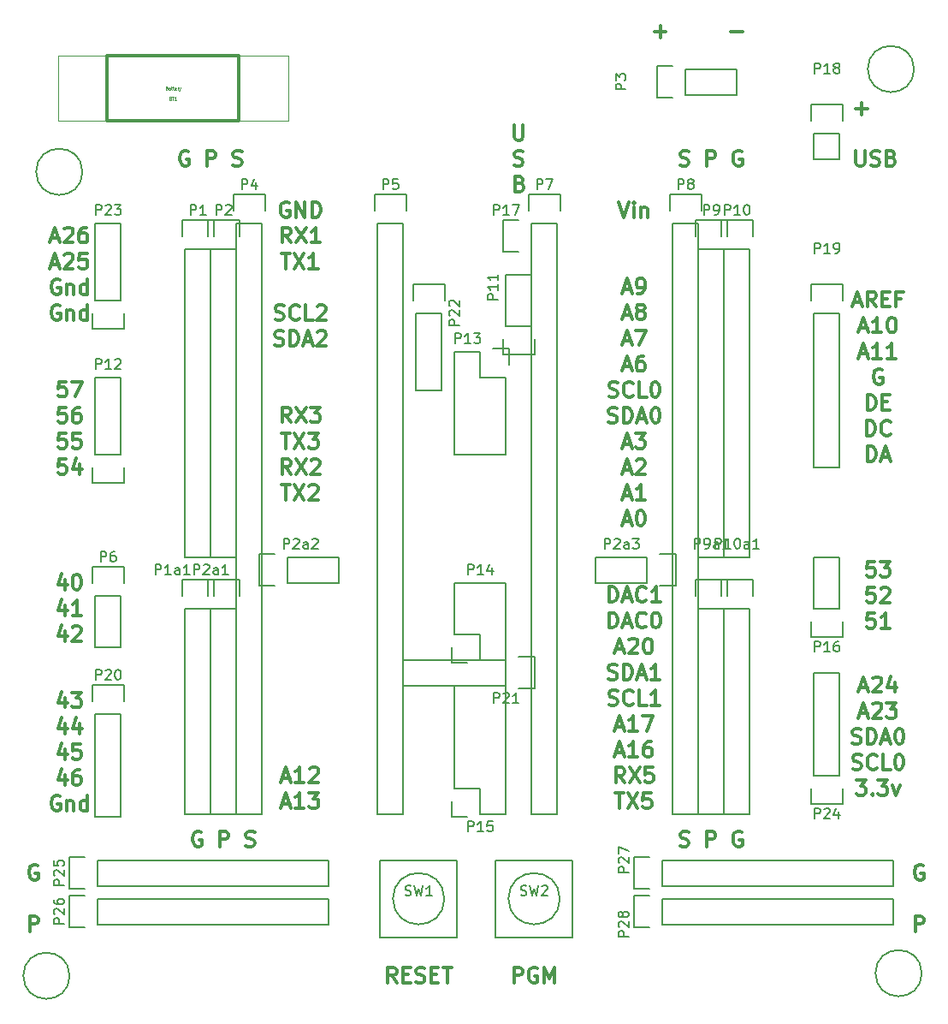
<source format=gbr>
G04 #@! TF.FileFunction,Legend,Top*
%FSLAX46Y46*%
G04 Gerber Fmt 4.6, Leading zero omitted, Abs format (unit mm)*
G04 Created by KiCad (PCBNEW 4.0.4-stable) date 12/08/16 13:32:53*
%MOMM*%
%LPD*%
G01*
G04 APERTURE LIST*
%ADD10C,0.100000*%
%ADD11C,0.300000*%
%ADD12C,0.150000*%
%ADD13C,0.299720*%
%ADD14C,0.010160*%
%ADD15C,0.074930*%
%ADD16C,0.076200*%
G04 APERTURE END LIST*
D10*
D11*
X104755429Y-127170571D02*
X104255429Y-126456286D01*
X103898286Y-127170571D02*
X103898286Y-125670571D01*
X104469714Y-125670571D01*
X104612572Y-125742000D01*
X104684000Y-125813429D01*
X104755429Y-125956286D01*
X104755429Y-126170571D01*
X104684000Y-126313429D01*
X104612572Y-126384857D01*
X104469714Y-126456286D01*
X103898286Y-126456286D01*
X105398286Y-126384857D02*
X105898286Y-126384857D01*
X106112572Y-127170571D02*
X105398286Y-127170571D01*
X105398286Y-125670571D01*
X106112572Y-125670571D01*
X106684000Y-127099143D02*
X106898286Y-127170571D01*
X107255429Y-127170571D01*
X107398286Y-127099143D01*
X107469715Y-127027714D01*
X107541143Y-126884857D01*
X107541143Y-126742000D01*
X107469715Y-126599143D01*
X107398286Y-126527714D01*
X107255429Y-126456286D01*
X106969715Y-126384857D01*
X106826857Y-126313429D01*
X106755429Y-126242000D01*
X106684000Y-126099143D01*
X106684000Y-125956286D01*
X106755429Y-125813429D01*
X106826857Y-125742000D01*
X106969715Y-125670571D01*
X107326857Y-125670571D01*
X107541143Y-125742000D01*
X108184000Y-126384857D02*
X108684000Y-126384857D01*
X108898286Y-127170571D02*
X108184000Y-127170571D01*
X108184000Y-125670571D01*
X108898286Y-125670571D01*
X109326857Y-125670571D02*
X110184000Y-125670571D01*
X109755429Y-127170571D02*
X109755429Y-125670571D01*
X116364000Y-127170571D02*
X116364000Y-125670571D01*
X116935428Y-125670571D01*
X117078286Y-125742000D01*
X117149714Y-125813429D01*
X117221143Y-125956286D01*
X117221143Y-126170571D01*
X117149714Y-126313429D01*
X117078286Y-126384857D01*
X116935428Y-126456286D01*
X116364000Y-126456286D01*
X118649714Y-125742000D02*
X118506857Y-125670571D01*
X118292571Y-125670571D01*
X118078286Y-125742000D01*
X117935428Y-125884857D01*
X117864000Y-126027714D01*
X117792571Y-126313429D01*
X117792571Y-126527714D01*
X117864000Y-126813429D01*
X117935428Y-126956286D01*
X118078286Y-127099143D01*
X118292571Y-127170571D01*
X118435428Y-127170571D01*
X118649714Y-127099143D01*
X118721143Y-127027714D01*
X118721143Y-126527714D01*
X118435428Y-126527714D01*
X119364000Y-127170571D02*
X119364000Y-125670571D01*
X119864000Y-126742000D01*
X120364000Y-125670571D01*
X120364000Y-127170571D01*
X72032858Y-67743571D02*
X71318572Y-67743571D01*
X71247143Y-68457857D01*
X71318572Y-68386429D01*
X71461429Y-68315000D01*
X71818572Y-68315000D01*
X71961429Y-68386429D01*
X72032858Y-68457857D01*
X72104286Y-68600714D01*
X72104286Y-68957857D01*
X72032858Y-69100714D01*
X71961429Y-69172143D01*
X71818572Y-69243571D01*
X71461429Y-69243571D01*
X71318572Y-69172143D01*
X71247143Y-69100714D01*
X72604286Y-67743571D02*
X73604286Y-67743571D01*
X72961429Y-69243571D01*
X72032858Y-70293571D02*
X71318572Y-70293571D01*
X71247143Y-71007857D01*
X71318572Y-70936429D01*
X71461429Y-70865000D01*
X71818572Y-70865000D01*
X71961429Y-70936429D01*
X72032858Y-71007857D01*
X72104286Y-71150714D01*
X72104286Y-71507857D01*
X72032858Y-71650714D01*
X71961429Y-71722143D01*
X71818572Y-71793571D01*
X71461429Y-71793571D01*
X71318572Y-71722143D01*
X71247143Y-71650714D01*
X73390000Y-70293571D02*
X73104286Y-70293571D01*
X72961429Y-70365000D01*
X72890000Y-70436429D01*
X72747143Y-70650714D01*
X72675714Y-70936429D01*
X72675714Y-71507857D01*
X72747143Y-71650714D01*
X72818571Y-71722143D01*
X72961429Y-71793571D01*
X73247143Y-71793571D01*
X73390000Y-71722143D01*
X73461429Y-71650714D01*
X73532857Y-71507857D01*
X73532857Y-71150714D01*
X73461429Y-71007857D01*
X73390000Y-70936429D01*
X73247143Y-70865000D01*
X72961429Y-70865000D01*
X72818571Y-70936429D01*
X72747143Y-71007857D01*
X72675714Y-71150714D01*
X72032858Y-72843571D02*
X71318572Y-72843571D01*
X71247143Y-73557857D01*
X71318572Y-73486429D01*
X71461429Y-73415000D01*
X71818572Y-73415000D01*
X71961429Y-73486429D01*
X72032858Y-73557857D01*
X72104286Y-73700714D01*
X72104286Y-74057857D01*
X72032858Y-74200714D01*
X71961429Y-74272143D01*
X71818572Y-74343571D01*
X71461429Y-74343571D01*
X71318572Y-74272143D01*
X71247143Y-74200714D01*
X73461429Y-72843571D02*
X72747143Y-72843571D01*
X72675714Y-73557857D01*
X72747143Y-73486429D01*
X72890000Y-73415000D01*
X73247143Y-73415000D01*
X73390000Y-73486429D01*
X73461429Y-73557857D01*
X73532857Y-73700714D01*
X73532857Y-74057857D01*
X73461429Y-74200714D01*
X73390000Y-74272143D01*
X73247143Y-74343571D01*
X72890000Y-74343571D01*
X72747143Y-74272143D01*
X72675714Y-74200714D01*
X72032858Y-75393571D02*
X71318572Y-75393571D01*
X71247143Y-76107857D01*
X71318572Y-76036429D01*
X71461429Y-75965000D01*
X71818572Y-75965000D01*
X71961429Y-76036429D01*
X72032858Y-76107857D01*
X72104286Y-76250714D01*
X72104286Y-76607857D01*
X72032858Y-76750714D01*
X71961429Y-76822143D01*
X71818572Y-76893571D01*
X71461429Y-76893571D01*
X71318572Y-76822143D01*
X71247143Y-76750714D01*
X73390000Y-75893571D02*
X73390000Y-76893571D01*
X73032857Y-75322143D02*
X72675714Y-76393571D01*
X73604286Y-76393571D01*
X130262858Y-33127143D02*
X131405715Y-33127143D01*
X130834286Y-33698571D02*
X130834286Y-32555714D01*
X137834286Y-33127143D02*
X138977143Y-33127143D01*
X150217143Y-40737143D02*
X151360000Y-40737143D01*
X150788571Y-41308571D02*
X150788571Y-40165714D01*
X150217143Y-44908571D02*
X150217143Y-46122857D01*
X150288571Y-46265714D01*
X150360000Y-46337143D01*
X150502857Y-46408571D01*
X150788571Y-46408571D01*
X150931429Y-46337143D01*
X151002857Y-46265714D01*
X151074286Y-46122857D01*
X151074286Y-44908571D01*
X151717143Y-46337143D02*
X151931429Y-46408571D01*
X152288572Y-46408571D01*
X152431429Y-46337143D01*
X152502858Y-46265714D01*
X152574286Y-46122857D01*
X152574286Y-45980000D01*
X152502858Y-45837143D01*
X152431429Y-45765714D01*
X152288572Y-45694286D01*
X152002858Y-45622857D01*
X151860000Y-45551429D01*
X151788572Y-45480000D01*
X151717143Y-45337143D01*
X151717143Y-45194286D01*
X151788572Y-45051429D01*
X151860000Y-44980000D01*
X152002858Y-44908571D01*
X152360000Y-44908571D01*
X152574286Y-44980000D01*
X153717143Y-45622857D02*
X153931429Y-45694286D01*
X154002857Y-45765714D01*
X154074286Y-45908571D01*
X154074286Y-46122857D01*
X154002857Y-46265714D01*
X153931429Y-46337143D01*
X153788571Y-46408571D01*
X153217143Y-46408571D01*
X153217143Y-44908571D01*
X153717143Y-44908571D01*
X153860000Y-44980000D01*
X153931429Y-45051429D01*
X154002857Y-45194286D01*
X154002857Y-45337143D01*
X153931429Y-45480000D01*
X153860000Y-45551429D01*
X153717143Y-45622857D01*
X153217143Y-45622857D01*
X116411429Y-42348571D02*
X116411429Y-43562857D01*
X116482857Y-43705714D01*
X116554286Y-43777143D01*
X116697143Y-43848571D01*
X116982857Y-43848571D01*
X117125715Y-43777143D01*
X117197143Y-43705714D01*
X117268572Y-43562857D01*
X117268572Y-42348571D01*
X116411429Y-46327143D02*
X116625715Y-46398571D01*
X116982858Y-46398571D01*
X117125715Y-46327143D01*
X117197144Y-46255714D01*
X117268572Y-46112857D01*
X117268572Y-45970000D01*
X117197144Y-45827143D01*
X117125715Y-45755714D01*
X116982858Y-45684286D01*
X116697144Y-45612857D01*
X116554286Y-45541429D01*
X116482858Y-45470000D01*
X116411429Y-45327143D01*
X116411429Y-45184286D01*
X116482858Y-45041429D01*
X116554286Y-44970000D01*
X116697144Y-44898571D01*
X117054286Y-44898571D01*
X117268572Y-44970000D01*
X116947143Y-48162857D02*
X117161429Y-48234286D01*
X117232857Y-48305714D01*
X117304286Y-48448571D01*
X117304286Y-48662857D01*
X117232857Y-48805714D01*
X117161429Y-48877143D01*
X117018571Y-48948571D01*
X116447143Y-48948571D01*
X116447143Y-47448571D01*
X116947143Y-47448571D01*
X117090000Y-47520000D01*
X117161429Y-47591429D01*
X117232857Y-47734286D01*
X117232857Y-47877143D01*
X117161429Y-48020000D01*
X117090000Y-48091429D01*
X116947143Y-48162857D01*
X116447143Y-48162857D01*
X149971429Y-59910000D02*
X150685715Y-59910000D01*
X149828572Y-60338571D02*
X150328572Y-58838571D01*
X150828572Y-60338571D01*
X152185715Y-60338571D02*
X151685715Y-59624286D01*
X151328572Y-60338571D02*
X151328572Y-58838571D01*
X151900000Y-58838571D01*
X152042858Y-58910000D01*
X152114286Y-58981429D01*
X152185715Y-59124286D01*
X152185715Y-59338571D01*
X152114286Y-59481429D01*
X152042858Y-59552857D01*
X151900000Y-59624286D01*
X151328572Y-59624286D01*
X152828572Y-59552857D02*
X153328572Y-59552857D01*
X153542858Y-60338571D02*
X152828572Y-60338571D01*
X152828572Y-58838571D01*
X153542858Y-58838571D01*
X154685715Y-59552857D02*
X154185715Y-59552857D01*
X154185715Y-60338571D02*
X154185715Y-58838571D01*
X154900001Y-58838571D01*
X150614286Y-62460000D02*
X151328572Y-62460000D01*
X150471429Y-62888571D02*
X150971429Y-61388571D01*
X151471429Y-62888571D01*
X152757143Y-62888571D02*
X151900000Y-62888571D01*
X152328572Y-62888571D02*
X152328572Y-61388571D01*
X152185715Y-61602857D01*
X152042857Y-61745714D01*
X151900000Y-61817143D01*
X153685714Y-61388571D02*
X153828571Y-61388571D01*
X153971428Y-61460000D01*
X154042857Y-61531429D01*
X154114286Y-61674286D01*
X154185714Y-61960000D01*
X154185714Y-62317143D01*
X154114286Y-62602857D01*
X154042857Y-62745714D01*
X153971428Y-62817143D01*
X153828571Y-62888571D01*
X153685714Y-62888571D01*
X153542857Y-62817143D01*
X153471428Y-62745714D01*
X153400000Y-62602857D01*
X153328571Y-62317143D01*
X153328571Y-61960000D01*
X153400000Y-61674286D01*
X153471428Y-61531429D01*
X153542857Y-61460000D01*
X153685714Y-61388571D01*
X150614286Y-65010000D02*
X151328572Y-65010000D01*
X150471429Y-65438571D02*
X150971429Y-63938571D01*
X151471429Y-65438571D01*
X152757143Y-65438571D02*
X151900000Y-65438571D01*
X152328572Y-65438571D02*
X152328572Y-63938571D01*
X152185715Y-64152857D01*
X152042857Y-64295714D01*
X151900000Y-64367143D01*
X154185714Y-65438571D02*
X153328571Y-65438571D01*
X153757143Y-65438571D02*
X153757143Y-63938571D01*
X153614286Y-64152857D01*
X153471428Y-64295714D01*
X153328571Y-64367143D01*
X152792857Y-66560000D02*
X152650000Y-66488571D01*
X152435714Y-66488571D01*
X152221429Y-66560000D01*
X152078571Y-66702857D01*
X152007143Y-66845714D01*
X151935714Y-67131429D01*
X151935714Y-67345714D01*
X152007143Y-67631429D01*
X152078571Y-67774286D01*
X152221429Y-67917143D01*
X152435714Y-67988571D01*
X152578571Y-67988571D01*
X152792857Y-67917143D01*
X152864286Y-67845714D01*
X152864286Y-67345714D01*
X152578571Y-67345714D01*
X151328572Y-70538571D02*
X151328572Y-69038571D01*
X151685715Y-69038571D01*
X151900000Y-69110000D01*
X152042858Y-69252857D01*
X152114286Y-69395714D01*
X152185715Y-69681429D01*
X152185715Y-69895714D01*
X152114286Y-70181429D01*
X152042858Y-70324286D01*
X151900000Y-70467143D01*
X151685715Y-70538571D01*
X151328572Y-70538571D01*
X152828572Y-69752857D02*
X153328572Y-69752857D01*
X153542858Y-70538571D02*
X152828572Y-70538571D01*
X152828572Y-69038571D01*
X153542858Y-69038571D01*
X151257143Y-73088571D02*
X151257143Y-71588571D01*
X151614286Y-71588571D01*
X151828571Y-71660000D01*
X151971429Y-71802857D01*
X152042857Y-71945714D01*
X152114286Y-72231429D01*
X152114286Y-72445714D01*
X152042857Y-72731429D01*
X151971429Y-72874286D01*
X151828571Y-73017143D01*
X151614286Y-73088571D01*
X151257143Y-73088571D01*
X153614286Y-72945714D02*
X153542857Y-73017143D01*
X153328571Y-73088571D01*
X153185714Y-73088571D01*
X152971429Y-73017143D01*
X152828571Y-72874286D01*
X152757143Y-72731429D01*
X152685714Y-72445714D01*
X152685714Y-72231429D01*
X152757143Y-71945714D01*
X152828571Y-71802857D01*
X152971429Y-71660000D01*
X153185714Y-71588571D01*
X153328571Y-71588571D01*
X153542857Y-71660000D01*
X153614286Y-71731429D01*
X151364286Y-75638571D02*
X151364286Y-74138571D01*
X151721429Y-74138571D01*
X151935714Y-74210000D01*
X152078572Y-74352857D01*
X152150000Y-74495714D01*
X152221429Y-74781429D01*
X152221429Y-74995714D01*
X152150000Y-75281429D01*
X152078572Y-75424286D01*
X151935714Y-75567143D01*
X151721429Y-75638571D01*
X151364286Y-75638571D01*
X152792857Y-75210000D02*
X153507143Y-75210000D01*
X152650000Y-75638571D02*
X153150000Y-74138571D01*
X153650000Y-75638571D01*
X152042858Y-85528571D02*
X151328572Y-85528571D01*
X151257143Y-86242857D01*
X151328572Y-86171429D01*
X151471429Y-86100000D01*
X151828572Y-86100000D01*
X151971429Y-86171429D01*
X152042858Y-86242857D01*
X152114286Y-86385714D01*
X152114286Y-86742857D01*
X152042858Y-86885714D01*
X151971429Y-86957143D01*
X151828572Y-87028571D01*
X151471429Y-87028571D01*
X151328572Y-86957143D01*
X151257143Y-86885714D01*
X152614286Y-85528571D02*
X153542857Y-85528571D01*
X153042857Y-86100000D01*
X153257143Y-86100000D01*
X153400000Y-86171429D01*
X153471429Y-86242857D01*
X153542857Y-86385714D01*
X153542857Y-86742857D01*
X153471429Y-86885714D01*
X153400000Y-86957143D01*
X153257143Y-87028571D01*
X152828571Y-87028571D01*
X152685714Y-86957143D01*
X152614286Y-86885714D01*
X152042858Y-88078571D02*
X151328572Y-88078571D01*
X151257143Y-88792857D01*
X151328572Y-88721429D01*
X151471429Y-88650000D01*
X151828572Y-88650000D01*
X151971429Y-88721429D01*
X152042858Y-88792857D01*
X152114286Y-88935714D01*
X152114286Y-89292857D01*
X152042858Y-89435714D01*
X151971429Y-89507143D01*
X151828572Y-89578571D01*
X151471429Y-89578571D01*
X151328572Y-89507143D01*
X151257143Y-89435714D01*
X152685714Y-88221429D02*
X152757143Y-88150000D01*
X152900000Y-88078571D01*
X153257143Y-88078571D01*
X153400000Y-88150000D01*
X153471429Y-88221429D01*
X153542857Y-88364286D01*
X153542857Y-88507143D01*
X153471429Y-88721429D01*
X152614286Y-89578571D01*
X153542857Y-89578571D01*
X152042858Y-90628571D02*
X151328572Y-90628571D01*
X151257143Y-91342857D01*
X151328572Y-91271429D01*
X151471429Y-91200000D01*
X151828572Y-91200000D01*
X151971429Y-91271429D01*
X152042858Y-91342857D01*
X152114286Y-91485714D01*
X152114286Y-91842857D01*
X152042858Y-91985714D01*
X151971429Y-92057143D01*
X151828572Y-92128571D01*
X151471429Y-92128571D01*
X151328572Y-92057143D01*
X151257143Y-91985714D01*
X153542857Y-92128571D02*
X152685714Y-92128571D01*
X153114286Y-92128571D02*
X153114286Y-90628571D01*
X152971429Y-90842857D01*
X152828571Y-90985714D01*
X152685714Y-91057143D01*
X150614286Y-98020000D02*
X151328572Y-98020000D01*
X150471429Y-98448571D02*
X150971429Y-96948571D01*
X151471429Y-98448571D01*
X151900000Y-97091429D02*
X151971429Y-97020000D01*
X152114286Y-96948571D01*
X152471429Y-96948571D01*
X152614286Y-97020000D01*
X152685715Y-97091429D01*
X152757143Y-97234286D01*
X152757143Y-97377143D01*
X152685715Y-97591429D01*
X151828572Y-98448571D01*
X152757143Y-98448571D01*
X154042857Y-97448571D02*
X154042857Y-98448571D01*
X153685714Y-96877143D02*
X153328571Y-97948571D01*
X154257143Y-97948571D01*
X150614286Y-100570000D02*
X151328572Y-100570000D01*
X150471429Y-100998571D02*
X150971429Y-99498571D01*
X151471429Y-100998571D01*
X151900000Y-99641429D02*
X151971429Y-99570000D01*
X152114286Y-99498571D01*
X152471429Y-99498571D01*
X152614286Y-99570000D01*
X152685715Y-99641429D01*
X152757143Y-99784286D01*
X152757143Y-99927143D01*
X152685715Y-100141429D01*
X151828572Y-100998571D01*
X152757143Y-100998571D01*
X153257143Y-99498571D02*
X154185714Y-99498571D01*
X153685714Y-100070000D01*
X153900000Y-100070000D01*
X154042857Y-100141429D01*
X154114286Y-100212857D01*
X154185714Y-100355714D01*
X154185714Y-100712857D01*
X154114286Y-100855714D01*
X154042857Y-100927143D01*
X153900000Y-100998571D01*
X153471428Y-100998571D01*
X153328571Y-100927143D01*
X153257143Y-100855714D01*
X149864286Y-103477143D02*
X150078572Y-103548571D01*
X150435715Y-103548571D01*
X150578572Y-103477143D01*
X150650001Y-103405714D01*
X150721429Y-103262857D01*
X150721429Y-103120000D01*
X150650001Y-102977143D01*
X150578572Y-102905714D01*
X150435715Y-102834286D01*
X150150001Y-102762857D01*
X150007143Y-102691429D01*
X149935715Y-102620000D01*
X149864286Y-102477143D01*
X149864286Y-102334286D01*
X149935715Y-102191429D01*
X150007143Y-102120000D01*
X150150001Y-102048571D01*
X150507143Y-102048571D01*
X150721429Y-102120000D01*
X151364286Y-103548571D02*
X151364286Y-102048571D01*
X151721429Y-102048571D01*
X151935714Y-102120000D01*
X152078572Y-102262857D01*
X152150000Y-102405714D01*
X152221429Y-102691429D01*
X152221429Y-102905714D01*
X152150000Y-103191429D01*
X152078572Y-103334286D01*
X151935714Y-103477143D01*
X151721429Y-103548571D01*
X151364286Y-103548571D01*
X152792857Y-103120000D02*
X153507143Y-103120000D01*
X152650000Y-103548571D02*
X153150000Y-102048571D01*
X153650000Y-103548571D01*
X154435714Y-102048571D02*
X154578571Y-102048571D01*
X154721428Y-102120000D01*
X154792857Y-102191429D01*
X154864286Y-102334286D01*
X154935714Y-102620000D01*
X154935714Y-102977143D01*
X154864286Y-103262857D01*
X154792857Y-103405714D01*
X154721428Y-103477143D01*
X154578571Y-103548571D01*
X154435714Y-103548571D01*
X154292857Y-103477143D01*
X154221428Y-103405714D01*
X154150000Y-103262857D01*
X154078571Y-102977143D01*
X154078571Y-102620000D01*
X154150000Y-102334286D01*
X154221428Y-102191429D01*
X154292857Y-102120000D01*
X154435714Y-102048571D01*
X149900000Y-106027143D02*
X150114286Y-106098571D01*
X150471429Y-106098571D01*
X150614286Y-106027143D01*
X150685715Y-105955714D01*
X150757143Y-105812857D01*
X150757143Y-105670000D01*
X150685715Y-105527143D01*
X150614286Y-105455714D01*
X150471429Y-105384286D01*
X150185715Y-105312857D01*
X150042857Y-105241429D01*
X149971429Y-105170000D01*
X149900000Y-105027143D01*
X149900000Y-104884286D01*
X149971429Y-104741429D01*
X150042857Y-104670000D01*
X150185715Y-104598571D01*
X150542857Y-104598571D01*
X150757143Y-104670000D01*
X152257143Y-105955714D02*
X152185714Y-106027143D01*
X151971428Y-106098571D01*
X151828571Y-106098571D01*
X151614286Y-106027143D01*
X151471428Y-105884286D01*
X151400000Y-105741429D01*
X151328571Y-105455714D01*
X151328571Y-105241429D01*
X151400000Y-104955714D01*
X151471428Y-104812857D01*
X151614286Y-104670000D01*
X151828571Y-104598571D01*
X151971428Y-104598571D01*
X152185714Y-104670000D01*
X152257143Y-104741429D01*
X153614286Y-106098571D02*
X152900000Y-106098571D01*
X152900000Y-104598571D01*
X154400000Y-104598571D02*
X154542857Y-104598571D01*
X154685714Y-104670000D01*
X154757143Y-104741429D01*
X154828572Y-104884286D01*
X154900000Y-105170000D01*
X154900000Y-105527143D01*
X154828572Y-105812857D01*
X154757143Y-105955714D01*
X154685714Y-106027143D01*
X154542857Y-106098571D01*
X154400000Y-106098571D01*
X154257143Y-106027143D01*
X154185714Y-105955714D01*
X154114286Y-105812857D01*
X154042857Y-105527143D01*
X154042857Y-105170000D01*
X154114286Y-104884286D01*
X154185714Y-104741429D01*
X154257143Y-104670000D01*
X154400000Y-104598571D01*
X150257144Y-107148571D02*
X151185715Y-107148571D01*
X150685715Y-107720000D01*
X150900001Y-107720000D01*
X151042858Y-107791429D01*
X151114287Y-107862857D01*
X151185715Y-108005714D01*
X151185715Y-108362857D01*
X151114287Y-108505714D01*
X151042858Y-108577143D01*
X150900001Y-108648571D01*
X150471429Y-108648571D01*
X150328572Y-108577143D01*
X150257144Y-108505714D01*
X151828572Y-108505714D02*
X151900000Y-108577143D01*
X151828572Y-108648571D01*
X151757143Y-108577143D01*
X151828572Y-108505714D01*
X151828572Y-108648571D01*
X152400001Y-107148571D02*
X153328572Y-107148571D01*
X152828572Y-107720000D01*
X153042858Y-107720000D01*
X153185715Y-107791429D01*
X153257144Y-107862857D01*
X153328572Y-108005714D01*
X153328572Y-108362857D01*
X153257144Y-108505714D01*
X153185715Y-108577143D01*
X153042858Y-108648571D01*
X152614286Y-108648571D01*
X152471429Y-108577143D01*
X152400001Y-108505714D01*
X153828572Y-107648571D02*
X154185715Y-108648571D01*
X154542857Y-107648571D01*
X69226857Y-115572000D02*
X69084000Y-115500571D01*
X68869714Y-115500571D01*
X68655429Y-115572000D01*
X68512571Y-115714857D01*
X68441143Y-115857714D01*
X68369714Y-116143429D01*
X68369714Y-116357714D01*
X68441143Y-116643429D01*
X68512571Y-116786286D01*
X68655429Y-116929143D01*
X68869714Y-117000571D01*
X69012571Y-117000571D01*
X69226857Y-116929143D01*
X69298286Y-116857714D01*
X69298286Y-116357714D01*
X69012571Y-116357714D01*
X68441143Y-122100571D02*
X68441143Y-120600571D01*
X69012571Y-120600571D01*
X69155429Y-120672000D01*
X69226857Y-120743429D01*
X69298286Y-120886286D01*
X69298286Y-121100571D01*
X69226857Y-121243429D01*
X69155429Y-121314857D01*
X69012571Y-121386286D01*
X68441143Y-121386286D01*
X156856857Y-115572000D02*
X156714000Y-115500571D01*
X156499714Y-115500571D01*
X156285429Y-115572000D01*
X156142571Y-115714857D01*
X156071143Y-115857714D01*
X155999714Y-116143429D01*
X155999714Y-116357714D01*
X156071143Y-116643429D01*
X156142571Y-116786286D01*
X156285429Y-116929143D01*
X156499714Y-117000571D01*
X156642571Y-117000571D01*
X156856857Y-116929143D01*
X156928286Y-116857714D01*
X156928286Y-116357714D01*
X156642571Y-116357714D01*
X156071143Y-122100571D02*
X156071143Y-120600571D01*
X156642571Y-120600571D01*
X156785429Y-120672000D01*
X156856857Y-120743429D01*
X156928286Y-120886286D01*
X156928286Y-121100571D01*
X156856857Y-121243429D01*
X156785429Y-121314857D01*
X156642571Y-121386286D01*
X156071143Y-121386286D01*
X132818572Y-113637143D02*
X133032858Y-113708571D01*
X133390001Y-113708571D01*
X133532858Y-113637143D01*
X133604287Y-113565714D01*
X133675715Y-113422857D01*
X133675715Y-113280000D01*
X133604287Y-113137143D01*
X133532858Y-113065714D01*
X133390001Y-112994286D01*
X133104287Y-112922857D01*
X132961429Y-112851429D01*
X132890001Y-112780000D01*
X132818572Y-112637143D01*
X132818572Y-112494286D01*
X132890001Y-112351429D01*
X132961429Y-112280000D01*
X133104287Y-112208571D01*
X133461429Y-112208571D01*
X133675715Y-112280000D01*
X135461429Y-113708571D02*
X135461429Y-112208571D01*
X136032857Y-112208571D01*
X136175715Y-112280000D01*
X136247143Y-112351429D01*
X136318572Y-112494286D01*
X136318572Y-112708571D01*
X136247143Y-112851429D01*
X136175715Y-112922857D01*
X136032857Y-112994286D01*
X135461429Y-112994286D01*
X138890000Y-112280000D02*
X138747143Y-112208571D01*
X138532857Y-112208571D01*
X138318572Y-112280000D01*
X138175714Y-112422857D01*
X138104286Y-112565714D01*
X138032857Y-112851429D01*
X138032857Y-113065714D01*
X138104286Y-113351429D01*
X138175714Y-113494286D01*
X138318572Y-113637143D01*
X138532857Y-113708571D01*
X138675714Y-113708571D01*
X138890000Y-113637143D01*
X138961429Y-113565714D01*
X138961429Y-113065714D01*
X138675714Y-113065714D01*
X132818572Y-46327143D02*
X133032858Y-46398571D01*
X133390001Y-46398571D01*
X133532858Y-46327143D01*
X133604287Y-46255714D01*
X133675715Y-46112857D01*
X133675715Y-45970000D01*
X133604287Y-45827143D01*
X133532858Y-45755714D01*
X133390001Y-45684286D01*
X133104287Y-45612857D01*
X132961429Y-45541429D01*
X132890001Y-45470000D01*
X132818572Y-45327143D01*
X132818572Y-45184286D01*
X132890001Y-45041429D01*
X132961429Y-44970000D01*
X133104287Y-44898571D01*
X133461429Y-44898571D01*
X133675715Y-44970000D01*
X135461429Y-46398571D02*
X135461429Y-44898571D01*
X136032857Y-44898571D01*
X136175715Y-44970000D01*
X136247143Y-45041429D01*
X136318572Y-45184286D01*
X136318572Y-45398571D01*
X136247143Y-45541429D01*
X136175715Y-45612857D01*
X136032857Y-45684286D01*
X135461429Y-45684286D01*
X138890000Y-44970000D02*
X138747143Y-44898571D01*
X138532857Y-44898571D01*
X138318572Y-44970000D01*
X138175714Y-45112857D01*
X138104286Y-45255714D01*
X138032857Y-45541429D01*
X138032857Y-45755714D01*
X138104286Y-46041429D01*
X138175714Y-46184286D01*
X138318572Y-46327143D01*
X138532857Y-46398571D01*
X138675714Y-46398571D01*
X138890000Y-46327143D01*
X138961429Y-46255714D01*
X138961429Y-45755714D01*
X138675714Y-45755714D01*
X84145715Y-44970000D02*
X84002858Y-44898571D01*
X83788572Y-44898571D01*
X83574287Y-44970000D01*
X83431429Y-45112857D01*
X83360001Y-45255714D01*
X83288572Y-45541429D01*
X83288572Y-45755714D01*
X83360001Y-46041429D01*
X83431429Y-46184286D01*
X83574287Y-46327143D01*
X83788572Y-46398571D01*
X83931429Y-46398571D01*
X84145715Y-46327143D01*
X84217144Y-46255714D01*
X84217144Y-45755714D01*
X83931429Y-45755714D01*
X86002858Y-46398571D02*
X86002858Y-44898571D01*
X86574286Y-44898571D01*
X86717144Y-44970000D01*
X86788572Y-45041429D01*
X86860001Y-45184286D01*
X86860001Y-45398571D01*
X86788572Y-45541429D01*
X86717144Y-45612857D01*
X86574286Y-45684286D01*
X86002858Y-45684286D01*
X88574286Y-46327143D02*
X88788572Y-46398571D01*
X89145715Y-46398571D01*
X89288572Y-46327143D01*
X89360001Y-46255714D01*
X89431429Y-46112857D01*
X89431429Y-45970000D01*
X89360001Y-45827143D01*
X89288572Y-45755714D01*
X89145715Y-45684286D01*
X88860001Y-45612857D01*
X88717143Y-45541429D01*
X88645715Y-45470000D01*
X88574286Y-45327143D01*
X88574286Y-45184286D01*
X88645715Y-45041429D01*
X88717143Y-44970000D01*
X88860001Y-44898571D01*
X89217143Y-44898571D01*
X89431429Y-44970000D01*
X85415715Y-112280000D02*
X85272858Y-112208571D01*
X85058572Y-112208571D01*
X84844287Y-112280000D01*
X84701429Y-112422857D01*
X84630001Y-112565714D01*
X84558572Y-112851429D01*
X84558572Y-113065714D01*
X84630001Y-113351429D01*
X84701429Y-113494286D01*
X84844287Y-113637143D01*
X85058572Y-113708571D01*
X85201429Y-113708571D01*
X85415715Y-113637143D01*
X85487144Y-113565714D01*
X85487144Y-113065714D01*
X85201429Y-113065714D01*
X87272858Y-113708571D02*
X87272858Y-112208571D01*
X87844286Y-112208571D01*
X87987144Y-112280000D01*
X88058572Y-112351429D01*
X88130001Y-112494286D01*
X88130001Y-112708571D01*
X88058572Y-112851429D01*
X87987144Y-112922857D01*
X87844286Y-112994286D01*
X87272858Y-112994286D01*
X89844286Y-113637143D02*
X90058572Y-113708571D01*
X90415715Y-113708571D01*
X90558572Y-113637143D01*
X90630001Y-113565714D01*
X90701429Y-113422857D01*
X90701429Y-113280000D01*
X90630001Y-113137143D01*
X90558572Y-113065714D01*
X90415715Y-112994286D01*
X90130001Y-112922857D01*
X89987143Y-112851429D01*
X89915715Y-112780000D01*
X89844286Y-112637143D01*
X89844286Y-112494286D01*
X89915715Y-112351429D01*
X89987143Y-112280000D01*
X90130001Y-112208571D01*
X90487143Y-112208571D01*
X90701429Y-112280000D01*
X71961429Y-98972571D02*
X71961429Y-99972571D01*
X71604286Y-98401143D02*
X71247143Y-99472571D01*
X72175715Y-99472571D01*
X72604286Y-98472571D02*
X73532857Y-98472571D01*
X73032857Y-99044000D01*
X73247143Y-99044000D01*
X73390000Y-99115429D01*
X73461429Y-99186857D01*
X73532857Y-99329714D01*
X73532857Y-99686857D01*
X73461429Y-99829714D01*
X73390000Y-99901143D01*
X73247143Y-99972571D01*
X72818571Y-99972571D01*
X72675714Y-99901143D01*
X72604286Y-99829714D01*
X71961429Y-101522571D02*
X71961429Y-102522571D01*
X71604286Y-100951143D02*
X71247143Y-102022571D01*
X72175715Y-102022571D01*
X73390000Y-101522571D02*
X73390000Y-102522571D01*
X73032857Y-100951143D02*
X72675714Y-102022571D01*
X73604286Y-102022571D01*
X71961429Y-104072571D02*
X71961429Y-105072571D01*
X71604286Y-103501143D02*
X71247143Y-104572571D01*
X72175715Y-104572571D01*
X73461429Y-103572571D02*
X72747143Y-103572571D01*
X72675714Y-104286857D01*
X72747143Y-104215429D01*
X72890000Y-104144000D01*
X73247143Y-104144000D01*
X73390000Y-104215429D01*
X73461429Y-104286857D01*
X73532857Y-104429714D01*
X73532857Y-104786857D01*
X73461429Y-104929714D01*
X73390000Y-105001143D01*
X73247143Y-105072571D01*
X72890000Y-105072571D01*
X72747143Y-105001143D01*
X72675714Y-104929714D01*
X71961429Y-106622571D02*
X71961429Y-107622571D01*
X71604286Y-106051143D02*
X71247143Y-107122571D01*
X72175715Y-107122571D01*
X73390000Y-106122571D02*
X73104286Y-106122571D01*
X72961429Y-106194000D01*
X72890000Y-106265429D01*
X72747143Y-106479714D01*
X72675714Y-106765429D01*
X72675714Y-107336857D01*
X72747143Y-107479714D01*
X72818571Y-107551143D01*
X72961429Y-107622571D01*
X73247143Y-107622571D01*
X73390000Y-107551143D01*
X73461429Y-107479714D01*
X73532857Y-107336857D01*
X73532857Y-106979714D01*
X73461429Y-106836857D01*
X73390000Y-106765429D01*
X73247143Y-106694000D01*
X72961429Y-106694000D01*
X72818571Y-106765429D01*
X72747143Y-106836857D01*
X72675714Y-106979714D01*
X71425714Y-108744000D02*
X71282857Y-108672571D01*
X71068571Y-108672571D01*
X70854286Y-108744000D01*
X70711428Y-108886857D01*
X70640000Y-109029714D01*
X70568571Y-109315429D01*
X70568571Y-109529714D01*
X70640000Y-109815429D01*
X70711428Y-109958286D01*
X70854286Y-110101143D01*
X71068571Y-110172571D01*
X71211428Y-110172571D01*
X71425714Y-110101143D01*
X71497143Y-110029714D01*
X71497143Y-109529714D01*
X71211428Y-109529714D01*
X72140000Y-109172571D02*
X72140000Y-110172571D01*
X72140000Y-109315429D02*
X72211428Y-109244000D01*
X72354286Y-109172571D01*
X72568571Y-109172571D01*
X72711428Y-109244000D01*
X72782857Y-109386857D01*
X72782857Y-110172571D01*
X74140000Y-110172571D02*
X74140000Y-108672571D01*
X74140000Y-110101143D02*
X73997143Y-110172571D01*
X73711429Y-110172571D01*
X73568571Y-110101143D01*
X73497143Y-110029714D01*
X73425714Y-109886857D01*
X73425714Y-109458286D01*
X73497143Y-109315429D01*
X73568571Y-109244000D01*
X73711429Y-109172571D01*
X73997143Y-109172571D01*
X74140000Y-109244000D01*
X71961429Y-87298571D02*
X71961429Y-88298571D01*
X71604286Y-86727143D02*
X71247143Y-87798571D01*
X72175715Y-87798571D01*
X73032857Y-86798571D02*
X73175714Y-86798571D01*
X73318571Y-86870000D01*
X73390000Y-86941429D01*
X73461429Y-87084286D01*
X73532857Y-87370000D01*
X73532857Y-87727143D01*
X73461429Y-88012857D01*
X73390000Y-88155714D01*
X73318571Y-88227143D01*
X73175714Y-88298571D01*
X73032857Y-88298571D01*
X72890000Y-88227143D01*
X72818571Y-88155714D01*
X72747143Y-88012857D01*
X72675714Y-87727143D01*
X72675714Y-87370000D01*
X72747143Y-87084286D01*
X72818571Y-86941429D01*
X72890000Y-86870000D01*
X73032857Y-86798571D01*
X71961429Y-89848571D02*
X71961429Y-90848571D01*
X71604286Y-89277143D02*
X71247143Y-90348571D01*
X72175715Y-90348571D01*
X73532857Y-90848571D02*
X72675714Y-90848571D01*
X73104286Y-90848571D02*
X73104286Y-89348571D01*
X72961429Y-89562857D01*
X72818571Y-89705714D01*
X72675714Y-89777143D01*
X71961429Y-92398571D02*
X71961429Y-93398571D01*
X71604286Y-91827143D02*
X71247143Y-92898571D01*
X72175715Y-92898571D01*
X72675714Y-92041429D02*
X72747143Y-91970000D01*
X72890000Y-91898571D01*
X73247143Y-91898571D01*
X73390000Y-91970000D01*
X73461429Y-92041429D01*
X73532857Y-92184286D01*
X73532857Y-92327143D01*
X73461429Y-92541429D01*
X72604286Y-93398571D01*
X73532857Y-93398571D01*
X70604286Y-53575000D02*
X71318572Y-53575000D01*
X70461429Y-54003571D02*
X70961429Y-52503571D01*
X71461429Y-54003571D01*
X71890000Y-52646429D02*
X71961429Y-52575000D01*
X72104286Y-52503571D01*
X72461429Y-52503571D01*
X72604286Y-52575000D01*
X72675715Y-52646429D01*
X72747143Y-52789286D01*
X72747143Y-52932143D01*
X72675715Y-53146429D01*
X71818572Y-54003571D01*
X72747143Y-54003571D01*
X74032857Y-52503571D02*
X73747143Y-52503571D01*
X73604286Y-52575000D01*
X73532857Y-52646429D01*
X73390000Y-52860714D01*
X73318571Y-53146429D01*
X73318571Y-53717857D01*
X73390000Y-53860714D01*
X73461428Y-53932143D01*
X73604286Y-54003571D01*
X73890000Y-54003571D01*
X74032857Y-53932143D01*
X74104286Y-53860714D01*
X74175714Y-53717857D01*
X74175714Y-53360714D01*
X74104286Y-53217857D01*
X74032857Y-53146429D01*
X73890000Y-53075000D01*
X73604286Y-53075000D01*
X73461428Y-53146429D01*
X73390000Y-53217857D01*
X73318571Y-53360714D01*
X70604286Y-56125000D02*
X71318572Y-56125000D01*
X70461429Y-56553571D02*
X70961429Y-55053571D01*
X71461429Y-56553571D01*
X71890000Y-55196429D02*
X71961429Y-55125000D01*
X72104286Y-55053571D01*
X72461429Y-55053571D01*
X72604286Y-55125000D01*
X72675715Y-55196429D01*
X72747143Y-55339286D01*
X72747143Y-55482143D01*
X72675715Y-55696429D01*
X71818572Y-56553571D01*
X72747143Y-56553571D01*
X74104286Y-55053571D02*
X73390000Y-55053571D01*
X73318571Y-55767857D01*
X73390000Y-55696429D01*
X73532857Y-55625000D01*
X73890000Y-55625000D01*
X74032857Y-55696429D01*
X74104286Y-55767857D01*
X74175714Y-55910714D01*
X74175714Y-56267857D01*
X74104286Y-56410714D01*
X74032857Y-56482143D01*
X73890000Y-56553571D01*
X73532857Y-56553571D01*
X73390000Y-56482143D01*
X73318571Y-56410714D01*
X71425714Y-57675000D02*
X71282857Y-57603571D01*
X71068571Y-57603571D01*
X70854286Y-57675000D01*
X70711428Y-57817857D01*
X70640000Y-57960714D01*
X70568571Y-58246429D01*
X70568571Y-58460714D01*
X70640000Y-58746429D01*
X70711428Y-58889286D01*
X70854286Y-59032143D01*
X71068571Y-59103571D01*
X71211428Y-59103571D01*
X71425714Y-59032143D01*
X71497143Y-58960714D01*
X71497143Y-58460714D01*
X71211428Y-58460714D01*
X72140000Y-58103571D02*
X72140000Y-59103571D01*
X72140000Y-58246429D02*
X72211428Y-58175000D01*
X72354286Y-58103571D01*
X72568571Y-58103571D01*
X72711428Y-58175000D01*
X72782857Y-58317857D01*
X72782857Y-59103571D01*
X74140000Y-59103571D02*
X74140000Y-57603571D01*
X74140000Y-59032143D02*
X73997143Y-59103571D01*
X73711429Y-59103571D01*
X73568571Y-59032143D01*
X73497143Y-58960714D01*
X73425714Y-58817857D01*
X73425714Y-58389286D01*
X73497143Y-58246429D01*
X73568571Y-58175000D01*
X73711429Y-58103571D01*
X73997143Y-58103571D01*
X74140000Y-58175000D01*
X71425714Y-60225000D02*
X71282857Y-60153571D01*
X71068571Y-60153571D01*
X70854286Y-60225000D01*
X70711428Y-60367857D01*
X70640000Y-60510714D01*
X70568571Y-60796429D01*
X70568571Y-61010714D01*
X70640000Y-61296429D01*
X70711428Y-61439286D01*
X70854286Y-61582143D01*
X71068571Y-61653571D01*
X71211428Y-61653571D01*
X71425714Y-61582143D01*
X71497143Y-61510714D01*
X71497143Y-61010714D01*
X71211428Y-61010714D01*
X72140000Y-60653571D02*
X72140000Y-61653571D01*
X72140000Y-60796429D02*
X72211428Y-60725000D01*
X72354286Y-60653571D01*
X72568571Y-60653571D01*
X72711428Y-60725000D01*
X72782857Y-60867857D01*
X72782857Y-61653571D01*
X74140000Y-61653571D02*
X74140000Y-60153571D01*
X74140000Y-61582143D02*
X73997143Y-61653571D01*
X73711429Y-61653571D01*
X73568571Y-61582143D01*
X73497143Y-61510714D01*
X73425714Y-61367857D01*
X73425714Y-60939286D01*
X73497143Y-60796429D01*
X73568571Y-60725000D01*
X73711429Y-60653571D01*
X73997143Y-60653571D01*
X74140000Y-60725000D01*
X94285715Y-53998571D02*
X93785715Y-53284286D01*
X93428572Y-53998571D02*
X93428572Y-52498571D01*
X94000000Y-52498571D01*
X94142858Y-52570000D01*
X94214286Y-52641429D01*
X94285715Y-52784286D01*
X94285715Y-52998571D01*
X94214286Y-53141429D01*
X94142858Y-53212857D01*
X94000000Y-53284286D01*
X93428572Y-53284286D01*
X94785715Y-52498571D02*
X95785715Y-53998571D01*
X95785715Y-52498571D02*
X94785715Y-53998571D01*
X97142857Y-53998571D02*
X96285714Y-53998571D01*
X96714286Y-53998571D02*
X96714286Y-52498571D01*
X96571429Y-52712857D01*
X96428571Y-52855714D01*
X96285714Y-52927143D01*
X93392858Y-55048571D02*
X94250001Y-55048571D01*
X93821430Y-56548571D02*
X93821430Y-55048571D01*
X94607144Y-55048571D02*
X95607144Y-56548571D01*
X95607144Y-55048571D02*
X94607144Y-56548571D01*
X96964286Y-56548571D02*
X96107143Y-56548571D01*
X96535715Y-56548571D02*
X96535715Y-55048571D01*
X96392858Y-55262857D01*
X96250000Y-55405714D01*
X96107143Y-55477143D01*
X92750000Y-61577143D02*
X92964286Y-61648571D01*
X93321429Y-61648571D01*
X93464286Y-61577143D01*
X93535715Y-61505714D01*
X93607143Y-61362857D01*
X93607143Y-61220000D01*
X93535715Y-61077143D01*
X93464286Y-61005714D01*
X93321429Y-60934286D01*
X93035715Y-60862857D01*
X92892857Y-60791429D01*
X92821429Y-60720000D01*
X92750000Y-60577143D01*
X92750000Y-60434286D01*
X92821429Y-60291429D01*
X92892857Y-60220000D01*
X93035715Y-60148571D01*
X93392857Y-60148571D01*
X93607143Y-60220000D01*
X95107143Y-61505714D02*
X95035714Y-61577143D01*
X94821428Y-61648571D01*
X94678571Y-61648571D01*
X94464286Y-61577143D01*
X94321428Y-61434286D01*
X94250000Y-61291429D01*
X94178571Y-61005714D01*
X94178571Y-60791429D01*
X94250000Y-60505714D01*
X94321428Y-60362857D01*
X94464286Y-60220000D01*
X94678571Y-60148571D01*
X94821428Y-60148571D01*
X95035714Y-60220000D01*
X95107143Y-60291429D01*
X96464286Y-61648571D02*
X95750000Y-61648571D01*
X95750000Y-60148571D01*
X96892857Y-60291429D02*
X96964286Y-60220000D01*
X97107143Y-60148571D01*
X97464286Y-60148571D01*
X97607143Y-60220000D01*
X97678572Y-60291429D01*
X97750000Y-60434286D01*
X97750000Y-60577143D01*
X97678572Y-60791429D01*
X96821429Y-61648571D01*
X97750000Y-61648571D01*
X92714286Y-64127143D02*
X92928572Y-64198571D01*
X93285715Y-64198571D01*
X93428572Y-64127143D01*
X93500001Y-64055714D01*
X93571429Y-63912857D01*
X93571429Y-63770000D01*
X93500001Y-63627143D01*
X93428572Y-63555714D01*
X93285715Y-63484286D01*
X93000001Y-63412857D01*
X92857143Y-63341429D01*
X92785715Y-63270000D01*
X92714286Y-63127143D01*
X92714286Y-62984286D01*
X92785715Y-62841429D01*
X92857143Y-62770000D01*
X93000001Y-62698571D01*
X93357143Y-62698571D01*
X93571429Y-62770000D01*
X94214286Y-64198571D02*
X94214286Y-62698571D01*
X94571429Y-62698571D01*
X94785714Y-62770000D01*
X94928572Y-62912857D01*
X95000000Y-63055714D01*
X95071429Y-63341429D01*
X95071429Y-63555714D01*
X95000000Y-63841429D01*
X94928572Y-63984286D01*
X94785714Y-64127143D01*
X94571429Y-64198571D01*
X94214286Y-64198571D01*
X95642857Y-63770000D02*
X96357143Y-63770000D01*
X95500000Y-64198571D02*
X96000000Y-62698571D01*
X96500000Y-64198571D01*
X96928571Y-62841429D02*
X97000000Y-62770000D01*
X97142857Y-62698571D01*
X97500000Y-62698571D01*
X97642857Y-62770000D01*
X97714286Y-62841429D01*
X97785714Y-62984286D01*
X97785714Y-63127143D01*
X97714286Y-63341429D01*
X96857143Y-64198571D01*
X97785714Y-64198571D01*
X127198572Y-58625000D02*
X127912858Y-58625000D01*
X127055715Y-59053571D02*
X127555715Y-57553571D01*
X128055715Y-59053571D01*
X128627143Y-59053571D02*
X128912858Y-59053571D01*
X129055715Y-58982143D01*
X129127143Y-58910714D01*
X129270001Y-58696429D01*
X129341429Y-58410714D01*
X129341429Y-57839286D01*
X129270001Y-57696429D01*
X129198572Y-57625000D01*
X129055715Y-57553571D01*
X128770001Y-57553571D01*
X128627143Y-57625000D01*
X128555715Y-57696429D01*
X128484286Y-57839286D01*
X128484286Y-58196429D01*
X128555715Y-58339286D01*
X128627143Y-58410714D01*
X128770001Y-58482143D01*
X129055715Y-58482143D01*
X129198572Y-58410714D01*
X129270001Y-58339286D01*
X129341429Y-58196429D01*
X127198572Y-61175000D02*
X127912858Y-61175000D01*
X127055715Y-61603571D02*
X127555715Y-60103571D01*
X128055715Y-61603571D01*
X128770001Y-60746429D02*
X128627143Y-60675000D01*
X128555715Y-60603571D01*
X128484286Y-60460714D01*
X128484286Y-60389286D01*
X128555715Y-60246429D01*
X128627143Y-60175000D01*
X128770001Y-60103571D01*
X129055715Y-60103571D01*
X129198572Y-60175000D01*
X129270001Y-60246429D01*
X129341429Y-60389286D01*
X129341429Y-60460714D01*
X129270001Y-60603571D01*
X129198572Y-60675000D01*
X129055715Y-60746429D01*
X128770001Y-60746429D01*
X128627143Y-60817857D01*
X128555715Y-60889286D01*
X128484286Y-61032143D01*
X128484286Y-61317857D01*
X128555715Y-61460714D01*
X128627143Y-61532143D01*
X128770001Y-61603571D01*
X129055715Y-61603571D01*
X129198572Y-61532143D01*
X129270001Y-61460714D01*
X129341429Y-61317857D01*
X129341429Y-61032143D01*
X129270001Y-60889286D01*
X129198572Y-60817857D01*
X129055715Y-60746429D01*
X127198572Y-63725000D02*
X127912858Y-63725000D01*
X127055715Y-64153571D02*
X127555715Y-62653571D01*
X128055715Y-64153571D01*
X128412858Y-62653571D02*
X129412858Y-62653571D01*
X128770001Y-64153571D01*
X127198572Y-66275000D02*
X127912858Y-66275000D01*
X127055715Y-66703571D02*
X127555715Y-65203571D01*
X128055715Y-66703571D01*
X129198572Y-65203571D02*
X128912858Y-65203571D01*
X128770001Y-65275000D01*
X128698572Y-65346429D01*
X128555715Y-65560714D01*
X128484286Y-65846429D01*
X128484286Y-66417857D01*
X128555715Y-66560714D01*
X128627143Y-66632143D01*
X128770001Y-66703571D01*
X129055715Y-66703571D01*
X129198572Y-66632143D01*
X129270001Y-66560714D01*
X129341429Y-66417857D01*
X129341429Y-66060714D01*
X129270001Y-65917857D01*
X129198572Y-65846429D01*
X129055715Y-65775000D01*
X128770001Y-65775000D01*
X128627143Y-65846429D01*
X128555715Y-65917857D01*
X128484286Y-66060714D01*
X125770000Y-69182143D02*
X125984286Y-69253571D01*
X126341429Y-69253571D01*
X126484286Y-69182143D01*
X126555715Y-69110714D01*
X126627143Y-68967857D01*
X126627143Y-68825000D01*
X126555715Y-68682143D01*
X126484286Y-68610714D01*
X126341429Y-68539286D01*
X126055715Y-68467857D01*
X125912857Y-68396429D01*
X125841429Y-68325000D01*
X125770000Y-68182143D01*
X125770000Y-68039286D01*
X125841429Y-67896429D01*
X125912857Y-67825000D01*
X126055715Y-67753571D01*
X126412857Y-67753571D01*
X126627143Y-67825000D01*
X128127143Y-69110714D02*
X128055714Y-69182143D01*
X127841428Y-69253571D01*
X127698571Y-69253571D01*
X127484286Y-69182143D01*
X127341428Y-69039286D01*
X127270000Y-68896429D01*
X127198571Y-68610714D01*
X127198571Y-68396429D01*
X127270000Y-68110714D01*
X127341428Y-67967857D01*
X127484286Y-67825000D01*
X127698571Y-67753571D01*
X127841428Y-67753571D01*
X128055714Y-67825000D01*
X128127143Y-67896429D01*
X129484286Y-69253571D02*
X128770000Y-69253571D01*
X128770000Y-67753571D01*
X130270000Y-67753571D02*
X130412857Y-67753571D01*
X130555714Y-67825000D01*
X130627143Y-67896429D01*
X130698572Y-68039286D01*
X130770000Y-68325000D01*
X130770000Y-68682143D01*
X130698572Y-68967857D01*
X130627143Y-69110714D01*
X130555714Y-69182143D01*
X130412857Y-69253571D01*
X130270000Y-69253571D01*
X130127143Y-69182143D01*
X130055714Y-69110714D01*
X129984286Y-68967857D01*
X129912857Y-68682143D01*
X129912857Y-68325000D01*
X129984286Y-68039286D01*
X130055714Y-67896429D01*
X130127143Y-67825000D01*
X130270000Y-67753571D01*
X125734286Y-71732143D02*
X125948572Y-71803571D01*
X126305715Y-71803571D01*
X126448572Y-71732143D01*
X126520001Y-71660714D01*
X126591429Y-71517857D01*
X126591429Y-71375000D01*
X126520001Y-71232143D01*
X126448572Y-71160714D01*
X126305715Y-71089286D01*
X126020001Y-71017857D01*
X125877143Y-70946429D01*
X125805715Y-70875000D01*
X125734286Y-70732143D01*
X125734286Y-70589286D01*
X125805715Y-70446429D01*
X125877143Y-70375000D01*
X126020001Y-70303571D01*
X126377143Y-70303571D01*
X126591429Y-70375000D01*
X127234286Y-71803571D02*
X127234286Y-70303571D01*
X127591429Y-70303571D01*
X127805714Y-70375000D01*
X127948572Y-70517857D01*
X128020000Y-70660714D01*
X128091429Y-70946429D01*
X128091429Y-71160714D01*
X128020000Y-71446429D01*
X127948572Y-71589286D01*
X127805714Y-71732143D01*
X127591429Y-71803571D01*
X127234286Y-71803571D01*
X128662857Y-71375000D02*
X129377143Y-71375000D01*
X128520000Y-71803571D02*
X129020000Y-70303571D01*
X129520000Y-71803571D01*
X130305714Y-70303571D02*
X130448571Y-70303571D01*
X130591428Y-70375000D01*
X130662857Y-70446429D01*
X130734286Y-70589286D01*
X130805714Y-70875000D01*
X130805714Y-71232143D01*
X130734286Y-71517857D01*
X130662857Y-71660714D01*
X130591428Y-71732143D01*
X130448571Y-71803571D01*
X130305714Y-71803571D01*
X130162857Y-71732143D01*
X130091428Y-71660714D01*
X130020000Y-71517857D01*
X129948571Y-71232143D01*
X129948571Y-70875000D01*
X130020000Y-70589286D01*
X130091428Y-70446429D01*
X130162857Y-70375000D01*
X130305714Y-70303571D01*
X127198572Y-73925000D02*
X127912858Y-73925000D01*
X127055715Y-74353571D02*
X127555715Y-72853571D01*
X128055715Y-74353571D01*
X128412858Y-72853571D02*
X129341429Y-72853571D01*
X128841429Y-73425000D01*
X129055715Y-73425000D01*
X129198572Y-73496429D01*
X129270001Y-73567857D01*
X129341429Y-73710714D01*
X129341429Y-74067857D01*
X129270001Y-74210714D01*
X129198572Y-74282143D01*
X129055715Y-74353571D01*
X128627143Y-74353571D01*
X128484286Y-74282143D01*
X128412858Y-74210714D01*
X127198572Y-76475000D02*
X127912858Y-76475000D01*
X127055715Y-76903571D02*
X127555715Y-75403571D01*
X128055715Y-76903571D01*
X128484286Y-75546429D02*
X128555715Y-75475000D01*
X128698572Y-75403571D01*
X129055715Y-75403571D01*
X129198572Y-75475000D01*
X129270001Y-75546429D01*
X129341429Y-75689286D01*
X129341429Y-75832143D01*
X129270001Y-76046429D01*
X128412858Y-76903571D01*
X129341429Y-76903571D01*
X127198572Y-79025000D02*
X127912858Y-79025000D01*
X127055715Y-79453571D02*
X127555715Y-77953571D01*
X128055715Y-79453571D01*
X129341429Y-79453571D02*
X128484286Y-79453571D01*
X128912858Y-79453571D02*
X128912858Y-77953571D01*
X128770001Y-78167857D01*
X128627143Y-78310714D01*
X128484286Y-78382143D01*
X127198572Y-81575000D02*
X127912858Y-81575000D01*
X127055715Y-82003571D02*
X127555715Y-80503571D01*
X128055715Y-82003571D01*
X128841429Y-80503571D02*
X128984286Y-80503571D01*
X129127143Y-80575000D01*
X129198572Y-80646429D01*
X129270001Y-80789286D01*
X129341429Y-81075000D01*
X129341429Y-81432143D01*
X129270001Y-81717857D01*
X129198572Y-81860714D01*
X129127143Y-81932143D01*
X128984286Y-82003571D01*
X128841429Y-82003571D01*
X128698572Y-81932143D01*
X128627143Y-81860714D01*
X128555715Y-81717857D01*
X128484286Y-81432143D01*
X128484286Y-81075000D01*
X128555715Y-80789286D01*
X128627143Y-80646429D01*
X128698572Y-80575000D01*
X128841429Y-80503571D01*
X126734286Y-49978571D02*
X127234286Y-51478571D01*
X127734286Y-49978571D01*
X128234286Y-51478571D02*
X128234286Y-50478571D01*
X128234286Y-49978571D02*
X128162857Y-50050000D01*
X128234286Y-50121429D01*
X128305714Y-50050000D01*
X128234286Y-49978571D01*
X128234286Y-50121429D01*
X128948572Y-50478571D02*
X128948572Y-51478571D01*
X128948572Y-50621429D02*
X129020000Y-50550000D01*
X129162858Y-50478571D01*
X129377143Y-50478571D01*
X129520000Y-50550000D01*
X129591429Y-50692857D01*
X129591429Y-51478571D01*
X125770001Y-89538571D02*
X125770001Y-88038571D01*
X126127144Y-88038571D01*
X126341429Y-88110000D01*
X126484287Y-88252857D01*
X126555715Y-88395714D01*
X126627144Y-88681429D01*
X126627144Y-88895714D01*
X126555715Y-89181429D01*
X126484287Y-89324286D01*
X126341429Y-89467143D01*
X126127144Y-89538571D01*
X125770001Y-89538571D01*
X127198572Y-89110000D02*
X127912858Y-89110000D01*
X127055715Y-89538571D02*
X127555715Y-88038571D01*
X128055715Y-89538571D01*
X129412858Y-89395714D02*
X129341429Y-89467143D01*
X129127143Y-89538571D01*
X128984286Y-89538571D01*
X128770001Y-89467143D01*
X128627143Y-89324286D01*
X128555715Y-89181429D01*
X128484286Y-88895714D01*
X128484286Y-88681429D01*
X128555715Y-88395714D01*
X128627143Y-88252857D01*
X128770001Y-88110000D01*
X128984286Y-88038571D01*
X129127143Y-88038571D01*
X129341429Y-88110000D01*
X129412858Y-88181429D01*
X130841429Y-89538571D02*
X129984286Y-89538571D01*
X130412858Y-89538571D02*
X130412858Y-88038571D01*
X130270001Y-88252857D01*
X130127143Y-88395714D01*
X129984286Y-88467143D01*
X125770001Y-92088571D02*
X125770001Y-90588571D01*
X126127144Y-90588571D01*
X126341429Y-90660000D01*
X126484287Y-90802857D01*
X126555715Y-90945714D01*
X126627144Y-91231429D01*
X126627144Y-91445714D01*
X126555715Y-91731429D01*
X126484287Y-91874286D01*
X126341429Y-92017143D01*
X126127144Y-92088571D01*
X125770001Y-92088571D01*
X127198572Y-91660000D02*
X127912858Y-91660000D01*
X127055715Y-92088571D02*
X127555715Y-90588571D01*
X128055715Y-92088571D01*
X129412858Y-91945714D02*
X129341429Y-92017143D01*
X129127143Y-92088571D01*
X128984286Y-92088571D01*
X128770001Y-92017143D01*
X128627143Y-91874286D01*
X128555715Y-91731429D01*
X128484286Y-91445714D01*
X128484286Y-91231429D01*
X128555715Y-90945714D01*
X128627143Y-90802857D01*
X128770001Y-90660000D01*
X128984286Y-90588571D01*
X129127143Y-90588571D01*
X129341429Y-90660000D01*
X129412858Y-90731429D01*
X130341429Y-90588571D02*
X130484286Y-90588571D01*
X130627143Y-90660000D01*
X130698572Y-90731429D01*
X130770001Y-90874286D01*
X130841429Y-91160000D01*
X130841429Y-91517143D01*
X130770001Y-91802857D01*
X130698572Y-91945714D01*
X130627143Y-92017143D01*
X130484286Y-92088571D01*
X130341429Y-92088571D01*
X130198572Y-92017143D01*
X130127143Y-91945714D01*
X130055715Y-91802857D01*
X129984286Y-91517143D01*
X129984286Y-91160000D01*
X130055715Y-90874286D01*
X130127143Y-90731429D01*
X130198572Y-90660000D01*
X130341429Y-90588571D01*
X126484286Y-94210000D02*
X127198572Y-94210000D01*
X126341429Y-94638571D02*
X126841429Y-93138571D01*
X127341429Y-94638571D01*
X127770000Y-93281429D02*
X127841429Y-93210000D01*
X127984286Y-93138571D01*
X128341429Y-93138571D01*
X128484286Y-93210000D01*
X128555715Y-93281429D01*
X128627143Y-93424286D01*
X128627143Y-93567143D01*
X128555715Y-93781429D01*
X127698572Y-94638571D01*
X128627143Y-94638571D01*
X129555714Y-93138571D02*
X129698571Y-93138571D01*
X129841428Y-93210000D01*
X129912857Y-93281429D01*
X129984286Y-93424286D01*
X130055714Y-93710000D01*
X130055714Y-94067143D01*
X129984286Y-94352857D01*
X129912857Y-94495714D01*
X129841428Y-94567143D01*
X129698571Y-94638571D01*
X129555714Y-94638571D01*
X129412857Y-94567143D01*
X129341428Y-94495714D01*
X129270000Y-94352857D01*
X129198571Y-94067143D01*
X129198571Y-93710000D01*
X129270000Y-93424286D01*
X129341428Y-93281429D01*
X129412857Y-93210000D01*
X129555714Y-93138571D01*
X125734286Y-97117143D02*
X125948572Y-97188571D01*
X126305715Y-97188571D01*
X126448572Y-97117143D01*
X126520001Y-97045714D01*
X126591429Y-96902857D01*
X126591429Y-96760000D01*
X126520001Y-96617143D01*
X126448572Y-96545714D01*
X126305715Y-96474286D01*
X126020001Y-96402857D01*
X125877143Y-96331429D01*
X125805715Y-96260000D01*
X125734286Y-96117143D01*
X125734286Y-95974286D01*
X125805715Y-95831429D01*
X125877143Y-95760000D01*
X126020001Y-95688571D01*
X126377143Y-95688571D01*
X126591429Y-95760000D01*
X127234286Y-97188571D02*
X127234286Y-95688571D01*
X127591429Y-95688571D01*
X127805714Y-95760000D01*
X127948572Y-95902857D01*
X128020000Y-96045714D01*
X128091429Y-96331429D01*
X128091429Y-96545714D01*
X128020000Y-96831429D01*
X127948572Y-96974286D01*
X127805714Y-97117143D01*
X127591429Y-97188571D01*
X127234286Y-97188571D01*
X128662857Y-96760000D02*
X129377143Y-96760000D01*
X128520000Y-97188571D02*
X129020000Y-95688571D01*
X129520000Y-97188571D01*
X130805714Y-97188571D02*
X129948571Y-97188571D01*
X130377143Y-97188571D02*
X130377143Y-95688571D01*
X130234286Y-95902857D01*
X130091428Y-96045714D01*
X129948571Y-96117143D01*
X125770000Y-99667143D02*
X125984286Y-99738571D01*
X126341429Y-99738571D01*
X126484286Y-99667143D01*
X126555715Y-99595714D01*
X126627143Y-99452857D01*
X126627143Y-99310000D01*
X126555715Y-99167143D01*
X126484286Y-99095714D01*
X126341429Y-99024286D01*
X126055715Y-98952857D01*
X125912857Y-98881429D01*
X125841429Y-98810000D01*
X125770000Y-98667143D01*
X125770000Y-98524286D01*
X125841429Y-98381429D01*
X125912857Y-98310000D01*
X126055715Y-98238571D01*
X126412857Y-98238571D01*
X126627143Y-98310000D01*
X128127143Y-99595714D02*
X128055714Y-99667143D01*
X127841428Y-99738571D01*
X127698571Y-99738571D01*
X127484286Y-99667143D01*
X127341428Y-99524286D01*
X127270000Y-99381429D01*
X127198571Y-99095714D01*
X127198571Y-98881429D01*
X127270000Y-98595714D01*
X127341428Y-98452857D01*
X127484286Y-98310000D01*
X127698571Y-98238571D01*
X127841428Y-98238571D01*
X128055714Y-98310000D01*
X128127143Y-98381429D01*
X129484286Y-99738571D02*
X128770000Y-99738571D01*
X128770000Y-98238571D01*
X130770000Y-99738571D02*
X129912857Y-99738571D01*
X130341429Y-99738571D02*
X130341429Y-98238571D01*
X130198572Y-98452857D01*
X130055714Y-98595714D01*
X129912857Y-98667143D01*
X126484286Y-101860000D02*
X127198572Y-101860000D01*
X126341429Y-102288571D02*
X126841429Y-100788571D01*
X127341429Y-102288571D01*
X128627143Y-102288571D02*
X127770000Y-102288571D01*
X128198572Y-102288571D02*
X128198572Y-100788571D01*
X128055715Y-101002857D01*
X127912857Y-101145714D01*
X127770000Y-101217143D01*
X129127143Y-100788571D02*
X130127143Y-100788571D01*
X129484286Y-102288571D01*
X126484286Y-104410000D02*
X127198572Y-104410000D01*
X126341429Y-104838571D02*
X126841429Y-103338571D01*
X127341429Y-104838571D01*
X128627143Y-104838571D02*
X127770000Y-104838571D01*
X128198572Y-104838571D02*
X128198572Y-103338571D01*
X128055715Y-103552857D01*
X127912857Y-103695714D01*
X127770000Y-103767143D01*
X129912857Y-103338571D02*
X129627143Y-103338571D01*
X129484286Y-103410000D01*
X129412857Y-103481429D01*
X129270000Y-103695714D01*
X129198571Y-103981429D01*
X129198571Y-104552857D01*
X129270000Y-104695714D01*
X129341428Y-104767143D01*
X129484286Y-104838571D01*
X129770000Y-104838571D01*
X129912857Y-104767143D01*
X129984286Y-104695714D01*
X130055714Y-104552857D01*
X130055714Y-104195714D01*
X129984286Y-104052857D01*
X129912857Y-103981429D01*
X129770000Y-103910000D01*
X129484286Y-103910000D01*
X129341428Y-103981429D01*
X129270000Y-104052857D01*
X129198571Y-104195714D01*
X127305715Y-107388571D02*
X126805715Y-106674286D01*
X126448572Y-107388571D02*
X126448572Y-105888571D01*
X127020000Y-105888571D01*
X127162858Y-105960000D01*
X127234286Y-106031429D01*
X127305715Y-106174286D01*
X127305715Y-106388571D01*
X127234286Y-106531429D01*
X127162858Y-106602857D01*
X127020000Y-106674286D01*
X126448572Y-106674286D01*
X127805715Y-105888571D02*
X128805715Y-107388571D01*
X128805715Y-105888571D02*
X127805715Y-107388571D01*
X130091429Y-105888571D02*
X129377143Y-105888571D01*
X129305714Y-106602857D01*
X129377143Y-106531429D01*
X129520000Y-106460000D01*
X129877143Y-106460000D01*
X130020000Y-106531429D01*
X130091429Y-106602857D01*
X130162857Y-106745714D01*
X130162857Y-107102857D01*
X130091429Y-107245714D01*
X130020000Y-107317143D01*
X129877143Y-107388571D01*
X129520000Y-107388571D01*
X129377143Y-107317143D01*
X129305714Y-107245714D01*
X126412858Y-108438571D02*
X127270001Y-108438571D01*
X126841430Y-109938571D02*
X126841430Y-108438571D01*
X127627144Y-108438571D02*
X128627144Y-109938571D01*
X128627144Y-108438571D02*
X127627144Y-109938571D01*
X129912858Y-108438571D02*
X129198572Y-108438571D01*
X129127143Y-109152857D01*
X129198572Y-109081429D01*
X129341429Y-109010000D01*
X129698572Y-109010000D01*
X129841429Y-109081429D01*
X129912858Y-109152857D01*
X129984286Y-109295714D01*
X129984286Y-109652857D01*
X129912858Y-109795714D01*
X129841429Y-109867143D01*
X129698572Y-109938571D01*
X129341429Y-109938571D01*
X129198572Y-109867143D01*
X129127143Y-109795714D01*
X93464286Y-106925000D02*
X94178572Y-106925000D01*
X93321429Y-107353571D02*
X93821429Y-105853571D01*
X94321429Y-107353571D01*
X95607143Y-107353571D02*
X94750000Y-107353571D01*
X95178572Y-107353571D02*
X95178572Y-105853571D01*
X95035715Y-106067857D01*
X94892857Y-106210714D01*
X94750000Y-106282143D01*
X96178571Y-105996429D02*
X96250000Y-105925000D01*
X96392857Y-105853571D01*
X96750000Y-105853571D01*
X96892857Y-105925000D01*
X96964286Y-105996429D01*
X97035714Y-106139286D01*
X97035714Y-106282143D01*
X96964286Y-106496429D01*
X96107143Y-107353571D01*
X97035714Y-107353571D01*
X93464286Y-109475000D02*
X94178572Y-109475000D01*
X93321429Y-109903571D02*
X93821429Y-108403571D01*
X94321429Y-109903571D01*
X95607143Y-109903571D02*
X94750000Y-109903571D01*
X95178572Y-109903571D02*
X95178572Y-108403571D01*
X95035715Y-108617857D01*
X94892857Y-108760714D01*
X94750000Y-108832143D01*
X96107143Y-108403571D02*
X97035714Y-108403571D01*
X96535714Y-108975000D01*
X96750000Y-108975000D01*
X96892857Y-109046429D01*
X96964286Y-109117857D01*
X97035714Y-109260714D01*
X97035714Y-109617857D01*
X96964286Y-109760714D01*
X96892857Y-109832143D01*
X96750000Y-109903571D01*
X96321428Y-109903571D01*
X96178571Y-109832143D01*
X96107143Y-109760714D01*
X94285715Y-71783571D02*
X93785715Y-71069286D01*
X93428572Y-71783571D02*
X93428572Y-70283571D01*
X94000000Y-70283571D01*
X94142858Y-70355000D01*
X94214286Y-70426429D01*
X94285715Y-70569286D01*
X94285715Y-70783571D01*
X94214286Y-70926429D01*
X94142858Y-70997857D01*
X94000000Y-71069286D01*
X93428572Y-71069286D01*
X94785715Y-70283571D02*
X95785715Y-71783571D01*
X95785715Y-70283571D02*
X94785715Y-71783571D01*
X96214286Y-70283571D02*
X97142857Y-70283571D01*
X96642857Y-70855000D01*
X96857143Y-70855000D01*
X97000000Y-70926429D01*
X97071429Y-70997857D01*
X97142857Y-71140714D01*
X97142857Y-71497857D01*
X97071429Y-71640714D01*
X97000000Y-71712143D01*
X96857143Y-71783571D01*
X96428571Y-71783571D01*
X96285714Y-71712143D01*
X96214286Y-71640714D01*
X93392858Y-72833571D02*
X94250001Y-72833571D01*
X93821430Y-74333571D02*
X93821430Y-72833571D01*
X94607144Y-72833571D02*
X95607144Y-74333571D01*
X95607144Y-72833571D02*
X94607144Y-74333571D01*
X96035715Y-72833571D02*
X96964286Y-72833571D01*
X96464286Y-73405000D01*
X96678572Y-73405000D01*
X96821429Y-73476429D01*
X96892858Y-73547857D01*
X96964286Y-73690714D01*
X96964286Y-74047857D01*
X96892858Y-74190714D01*
X96821429Y-74262143D01*
X96678572Y-74333571D01*
X96250000Y-74333571D01*
X96107143Y-74262143D01*
X96035715Y-74190714D01*
X94285715Y-76883571D02*
X93785715Y-76169286D01*
X93428572Y-76883571D02*
X93428572Y-75383571D01*
X94000000Y-75383571D01*
X94142858Y-75455000D01*
X94214286Y-75526429D01*
X94285715Y-75669286D01*
X94285715Y-75883571D01*
X94214286Y-76026429D01*
X94142858Y-76097857D01*
X94000000Y-76169286D01*
X93428572Y-76169286D01*
X94785715Y-75383571D02*
X95785715Y-76883571D01*
X95785715Y-75383571D02*
X94785715Y-76883571D01*
X96285714Y-75526429D02*
X96357143Y-75455000D01*
X96500000Y-75383571D01*
X96857143Y-75383571D01*
X97000000Y-75455000D01*
X97071429Y-75526429D01*
X97142857Y-75669286D01*
X97142857Y-75812143D01*
X97071429Y-76026429D01*
X96214286Y-76883571D01*
X97142857Y-76883571D01*
X93392858Y-77933571D02*
X94250001Y-77933571D01*
X93821430Y-79433571D02*
X93821430Y-77933571D01*
X94607144Y-77933571D02*
X95607144Y-79433571D01*
X95607144Y-77933571D02*
X94607144Y-79433571D01*
X96107143Y-78076429D02*
X96178572Y-78005000D01*
X96321429Y-77933571D01*
X96678572Y-77933571D01*
X96821429Y-78005000D01*
X96892858Y-78076429D01*
X96964286Y-78219286D01*
X96964286Y-78362143D01*
X96892858Y-78576429D01*
X96035715Y-79433571D01*
X96964286Y-79433571D01*
X94107143Y-50050000D02*
X93964286Y-49978571D01*
X93750000Y-49978571D01*
X93535715Y-50050000D01*
X93392857Y-50192857D01*
X93321429Y-50335714D01*
X93250000Y-50621429D01*
X93250000Y-50835714D01*
X93321429Y-51121429D01*
X93392857Y-51264286D01*
X93535715Y-51407143D01*
X93750000Y-51478571D01*
X93892857Y-51478571D01*
X94107143Y-51407143D01*
X94178572Y-51335714D01*
X94178572Y-50835714D01*
X93892857Y-50835714D01*
X94821429Y-51478571D02*
X94821429Y-49978571D01*
X95678572Y-51478571D01*
X95678572Y-49978571D01*
X96392858Y-51478571D02*
X96392858Y-49978571D01*
X96750001Y-49978571D01*
X96964286Y-50050000D01*
X97107144Y-50192857D01*
X97178572Y-50335714D01*
X97250001Y-50621429D01*
X97250001Y-50835714D01*
X97178572Y-51121429D01*
X97107144Y-51264286D01*
X96964286Y-51407143D01*
X96750001Y-51478571D01*
X96392858Y-51478571D01*
D12*
X120904000Y-118872000D02*
G75*
G03X120904000Y-118872000I-2540000J0D01*
G01*
X114554000Y-115062000D02*
X122174000Y-115062000D01*
X122174000Y-115062000D02*
X122174000Y-122682000D01*
X122174000Y-122682000D02*
X114554000Y-122682000D01*
X114554000Y-115062000D02*
X114554000Y-122682000D01*
X131064000Y-118872000D02*
X153924000Y-118872000D01*
X153924000Y-118872000D02*
X153924000Y-121412000D01*
X153924000Y-121412000D02*
X131064000Y-121412000D01*
X128244000Y-118592000D02*
X129794000Y-118592000D01*
X131064000Y-118872000D02*
X131064000Y-121412000D01*
X129794000Y-121692000D02*
X128244000Y-121692000D01*
X128244000Y-121692000D02*
X128244000Y-118592000D01*
X75184000Y-118872000D02*
X98044000Y-118872000D01*
X98044000Y-118872000D02*
X98044000Y-121412000D01*
X98044000Y-121412000D02*
X75184000Y-121412000D01*
X72364000Y-118592000D02*
X73914000Y-118592000D01*
X75184000Y-118872000D02*
X75184000Y-121412000D01*
X73914000Y-121692000D02*
X72364000Y-121692000D01*
X72364000Y-121692000D02*
X72364000Y-118592000D01*
X75184000Y-115062000D02*
X98044000Y-115062000D01*
X98044000Y-115062000D02*
X98044000Y-117602000D01*
X98044000Y-117602000D02*
X75184000Y-117602000D01*
X72364000Y-114782000D02*
X73914000Y-114782000D01*
X75184000Y-115062000D02*
X75184000Y-117602000D01*
X73914000Y-117882000D02*
X72364000Y-117882000D01*
X72364000Y-117882000D02*
X72364000Y-114782000D01*
D13*
X89128560Y-41940500D02*
X76128840Y-41940500D01*
X89128560Y-35539700D02*
X76128840Y-35539700D01*
X76128840Y-41940500D02*
X76128840Y-35539700D01*
X89128560Y-41940500D02*
X89128560Y-35539700D01*
D14*
X71229180Y-35539700D02*
X94028220Y-35539700D01*
X94028220Y-35539700D02*
X94028220Y-41940500D01*
X94028220Y-41940500D02*
X71229180Y-41940500D01*
X71229180Y-41940500D02*
X71229180Y-35539700D01*
D12*
X83820000Y-54610000D02*
X83820000Y-85090000D01*
X83820000Y-85090000D02*
X86360000Y-85090000D01*
X86360000Y-85090000D02*
X86360000Y-54610000D01*
X86640000Y-51790000D02*
X86640000Y-53340000D01*
X86360000Y-54610000D02*
X83820000Y-54610000D01*
X83540000Y-53340000D02*
X83540000Y-51790000D01*
X83540000Y-51790000D02*
X86640000Y-51790000D01*
X86360000Y-90170000D02*
X86360000Y-110490000D01*
X86360000Y-110490000D02*
X83820000Y-110490000D01*
X83820000Y-110490000D02*
X83820000Y-90170000D01*
X86640000Y-87350000D02*
X86640000Y-88900000D01*
X86360000Y-90170000D02*
X83820000Y-90170000D01*
X83540000Y-88900000D02*
X83540000Y-87350000D01*
X83540000Y-87350000D02*
X86640000Y-87350000D01*
X86360000Y-54610000D02*
X86360000Y-85090000D01*
X86360000Y-85090000D02*
X88900000Y-85090000D01*
X88900000Y-85090000D02*
X88900000Y-54610000D01*
X89180000Y-51790000D02*
X89180000Y-53340000D01*
X88900000Y-54610000D02*
X86360000Y-54610000D01*
X86080000Y-53340000D02*
X86080000Y-51790000D01*
X86080000Y-51790000D02*
X89180000Y-51790000D01*
X88900000Y-90170000D02*
X88900000Y-110490000D01*
X88900000Y-110490000D02*
X86360000Y-110490000D01*
X86360000Y-110490000D02*
X86360000Y-90170000D01*
X89180000Y-87350000D02*
X89180000Y-88900000D01*
X88900000Y-90170000D02*
X86360000Y-90170000D01*
X86080000Y-88900000D02*
X86080000Y-87350000D01*
X86080000Y-87350000D02*
X89180000Y-87350000D01*
X93980000Y-87630000D02*
X99060000Y-87630000D01*
X99060000Y-87630000D02*
X99060000Y-85090000D01*
X99060000Y-85090000D02*
X93980000Y-85090000D01*
X91160000Y-84810000D02*
X92710000Y-84810000D01*
X93980000Y-85090000D02*
X93980000Y-87630000D01*
X92710000Y-87910000D02*
X91160000Y-87910000D01*
X91160000Y-87910000D02*
X91160000Y-84810000D01*
X129540000Y-85090000D02*
X124460000Y-85090000D01*
X124460000Y-85090000D02*
X124460000Y-87630000D01*
X124460000Y-87630000D02*
X129540000Y-87630000D01*
X132360000Y-87910000D02*
X130810000Y-87910000D01*
X129540000Y-87630000D02*
X129540000Y-85090000D01*
X130810000Y-84810000D02*
X132360000Y-84810000D01*
X132360000Y-84810000D02*
X132360000Y-87910000D01*
X133350000Y-39370000D02*
X138430000Y-39370000D01*
X138430000Y-39370000D02*
X138430000Y-36830000D01*
X138430000Y-36830000D02*
X133350000Y-36830000D01*
X130530000Y-36550000D02*
X132080000Y-36550000D01*
X133350000Y-36830000D02*
X133350000Y-39370000D01*
X132080000Y-39650000D02*
X130530000Y-39650000D01*
X130530000Y-39650000D02*
X130530000Y-36550000D01*
X91440000Y-52070000D02*
X91440000Y-110490000D01*
X88900000Y-52070000D02*
X88900000Y-110490000D01*
X88900000Y-110490000D02*
X91440000Y-110490000D01*
X91720000Y-49250000D02*
X91720000Y-50800000D01*
X91440000Y-52070000D02*
X88900000Y-52070000D01*
X88620000Y-50800000D02*
X88620000Y-49250000D01*
X88620000Y-49250000D02*
X91720000Y-49250000D01*
X102870000Y-52070000D02*
X102870000Y-110490000D01*
X105410000Y-52070000D02*
X105410000Y-110490000D01*
X105410000Y-110490000D02*
X102870000Y-110490000D01*
X102590000Y-49250000D02*
X102590000Y-50800000D01*
X102870000Y-52070000D02*
X105410000Y-52070000D01*
X105690000Y-50800000D02*
X105690000Y-49250000D01*
X105690000Y-49250000D02*
X102590000Y-49250000D01*
X74930000Y-88900000D02*
X74930000Y-93980000D01*
X74930000Y-93980000D02*
X77470000Y-93980000D01*
X77470000Y-93980000D02*
X77470000Y-88900000D01*
X77750000Y-86080000D02*
X77750000Y-87630000D01*
X77470000Y-88900000D02*
X74930000Y-88900000D01*
X74650000Y-87630000D02*
X74650000Y-86080000D01*
X74650000Y-86080000D02*
X77750000Y-86080000D01*
X118110000Y-52070000D02*
X118110000Y-110490000D01*
X120650000Y-52070000D02*
X120650000Y-110490000D01*
X120650000Y-110490000D02*
X118110000Y-110490000D01*
X117830000Y-49250000D02*
X117830000Y-50800000D01*
X118110000Y-52070000D02*
X120650000Y-52070000D01*
X120930000Y-50800000D02*
X120930000Y-49250000D01*
X120930000Y-49250000D02*
X117830000Y-49250000D01*
X134620000Y-52070000D02*
X134620000Y-110490000D01*
X132080000Y-52070000D02*
X132080000Y-110490000D01*
X132080000Y-110490000D02*
X134620000Y-110490000D01*
X134900000Y-49250000D02*
X134900000Y-50800000D01*
X134620000Y-52070000D02*
X132080000Y-52070000D01*
X131800000Y-50800000D02*
X131800000Y-49250000D01*
X131800000Y-49250000D02*
X134900000Y-49250000D01*
X134620000Y-54610000D02*
X134620000Y-85090000D01*
X134620000Y-85090000D02*
X137160000Y-85090000D01*
X137160000Y-85090000D02*
X137160000Y-54610000D01*
X137440000Y-51790000D02*
X137440000Y-53340000D01*
X137160000Y-54610000D02*
X134620000Y-54610000D01*
X134340000Y-53340000D02*
X134340000Y-51790000D01*
X134340000Y-51790000D02*
X137440000Y-51790000D01*
X137160000Y-90170000D02*
X137160000Y-110490000D01*
X137160000Y-110490000D02*
X134620000Y-110490000D01*
X134620000Y-110490000D02*
X134620000Y-90170000D01*
X137440000Y-87350000D02*
X137440000Y-88900000D01*
X137160000Y-90170000D02*
X134620000Y-90170000D01*
X134340000Y-88900000D02*
X134340000Y-87350000D01*
X134340000Y-87350000D02*
X137440000Y-87350000D01*
X137160000Y-54610000D02*
X137160000Y-85090000D01*
X137160000Y-85090000D02*
X139700000Y-85090000D01*
X139700000Y-85090000D02*
X139700000Y-54610000D01*
X139980000Y-51790000D02*
X139980000Y-53340000D01*
X139700000Y-54610000D02*
X137160000Y-54610000D01*
X136880000Y-53340000D02*
X136880000Y-51790000D01*
X136880000Y-51790000D02*
X139980000Y-51790000D01*
X139700000Y-90170000D02*
X139700000Y-110490000D01*
X139700000Y-110490000D02*
X137160000Y-110490000D01*
X137160000Y-110490000D02*
X137160000Y-90170000D01*
X139980000Y-87350000D02*
X139980000Y-88900000D01*
X139700000Y-90170000D02*
X137160000Y-90170000D01*
X136880000Y-88900000D02*
X136880000Y-87350000D01*
X136880000Y-87350000D02*
X139980000Y-87350000D01*
X115290000Y-63500000D02*
X115290000Y-65050000D01*
X115290000Y-65050000D02*
X118390000Y-65050000D01*
X118390000Y-65050000D02*
X118390000Y-63500000D01*
X115570000Y-62230000D02*
X115570000Y-57150000D01*
X115570000Y-57150000D02*
X118110000Y-57150000D01*
X118110000Y-57150000D02*
X118110000Y-62230000D01*
X118110000Y-62230000D02*
X115570000Y-62230000D01*
X77470000Y-74930000D02*
X77470000Y-67310000D01*
X74930000Y-74930000D02*
X74930000Y-67310000D01*
X74650000Y-77750000D02*
X74650000Y-76200000D01*
X77470000Y-67310000D02*
X74930000Y-67310000D01*
X74930000Y-74930000D02*
X77470000Y-74930000D01*
X77750000Y-76200000D02*
X77750000Y-77750000D01*
X77750000Y-77750000D02*
X74650000Y-77750000D01*
X115570000Y-67310000D02*
X115570000Y-74930000D01*
X115570000Y-74930000D02*
X110490000Y-74930000D01*
X110490000Y-74930000D02*
X110490000Y-64770000D01*
X110490000Y-64770000D02*
X113030000Y-64770000D01*
X115850000Y-66040000D02*
X115850000Y-64490000D01*
X113030000Y-64770000D02*
X113030000Y-67310000D01*
X113030000Y-67310000D02*
X115570000Y-67310000D01*
X115850000Y-64490000D02*
X114300000Y-64490000D01*
X110490000Y-87630000D02*
X110490000Y-92710000D01*
X110210000Y-95530000D02*
X110210000Y-93980000D01*
X113030000Y-95250000D02*
X113030000Y-92710000D01*
X113030000Y-92710000D02*
X110490000Y-92710000D01*
X110490000Y-87630000D02*
X115570000Y-87630000D01*
X115570000Y-87630000D02*
X115570000Y-92710000D01*
X110210000Y-95530000D02*
X111760000Y-95530000D01*
X115570000Y-95250000D02*
X113030000Y-95250000D01*
X115570000Y-92710000D02*
X115570000Y-95250000D01*
X115570000Y-110490000D02*
X115570000Y-97790000D01*
X115570000Y-97790000D02*
X110490000Y-97790000D01*
X110490000Y-97790000D02*
X110490000Y-107950000D01*
X115570000Y-110490000D02*
X113030000Y-110490000D01*
X110210000Y-109220000D02*
X110210000Y-110770000D01*
X113030000Y-110490000D02*
X113030000Y-107950000D01*
X113030000Y-107950000D02*
X110490000Y-107950000D01*
X110210000Y-110770000D02*
X111760000Y-110770000D01*
X118110000Y-54610000D02*
X118110000Y-52070000D01*
X115290000Y-51790000D02*
X116840000Y-51790000D01*
X115290000Y-51790000D02*
X115290000Y-54890000D01*
X115290000Y-54890000D02*
X116840000Y-54890000D01*
X148590000Y-43180000D02*
X148590000Y-45720000D01*
X148870000Y-40360000D02*
X148870000Y-41910000D01*
X148590000Y-43180000D02*
X146050000Y-43180000D01*
X145770000Y-41910000D02*
X145770000Y-40360000D01*
X145770000Y-40360000D02*
X148870000Y-40360000D01*
X146050000Y-43180000D02*
X146050000Y-45720000D01*
X146050000Y-45720000D02*
X148590000Y-45720000D01*
X148590000Y-60960000D02*
X148590000Y-76200000D01*
X148590000Y-76200000D02*
X146050000Y-76200000D01*
X146050000Y-76200000D02*
X146050000Y-60960000D01*
X148870000Y-58140000D02*
X148870000Y-59690000D01*
X148590000Y-60960000D02*
X146050000Y-60960000D01*
X145770000Y-59690000D02*
X145770000Y-58140000D01*
X145770000Y-58140000D02*
X148870000Y-58140000D01*
X74650000Y-99314000D02*
X74650000Y-97764000D01*
X74650000Y-97764000D02*
X77750000Y-97764000D01*
X77750000Y-97764000D02*
X77750000Y-99314000D01*
X77470000Y-100584000D02*
X77470000Y-110744000D01*
X77470000Y-110744000D02*
X74930000Y-110744000D01*
X74930000Y-110744000D02*
X74930000Y-100584000D01*
X77470000Y-100584000D02*
X74930000Y-100584000D01*
X115570000Y-95250000D02*
X105410000Y-95250000D01*
X105410000Y-95250000D02*
X105410000Y-97790000D01*
X105410000Y-97790000D02*
X115570000Y-97790000D01*
X118390000Y-94970000D02*
X116840000Y-94970000D01*
X115570000Y-95250000D02*
X115570000Y-97790000D01*
X116840000Y-98070000D02*
X118390000Y-98070000D01*
X118390000Y-98070000D02*
X118390000Y-94970000D01*
X109220000Y-60960000D02*
X109220000Y-68580000D01*
X106680000Y-60960000D02*
X106680000Y-68580000D01*
X106400000Y-58140000D02*
X106400000Y-59690000D01*
X109220000Y-68580000D02*
X106680000Y-68580000D01*
X106680000Y-60960000D02*
X109220000Y-60960000D01*
X109500000Y-59690000D02*
X109500000Y-58140000D01*
X109500000Y-58140000D02*
X106400000Y-58140000D01*
X77470000Y-59690000D02*
X77470000Y-52070000D01*
X74930000Y-59690000D02*
X74930000Y-52070000D01*
X74650000Y-62510000D02*
X74650000Y-60960000D01*
X77470000Y-52070000D02*
X74930000Y-52070000D01*
X74930000Y-59690000D02*
X77470000Y-59690000D01*
X77750000Y-60960000D02*
X77750000Y-62510000D01*
X77750000Y-62510000D02*
X74650000Y-62510000D01*
X148870000Y-107950000D02*
X148870000Y-109500000D01*
X148870000Y-109500000D02*
X145770000Y-109500000D01*
X145770000Y-109500000D02*
X145770000Y-107950000D01*
X146050000Y-106680000D02*
X146050000Y-96520000D01*
X146050000Y-96520000D02*
X148590000Y-96520000D01*
X148590000Y-96520000D02*
X148590000Y-106680000D01*
X146050000Y-106680000D02*
X148590000Y-106680000D01*
X131064000Y-115062000D02*
X153924000Y-115062000D01*
X153924000Y-115062000D02*
X153924000Y-117602000D01*
X153924000Y-117602000D02*
X131064000Y-117602000D01*
X128244000Y-114782000D02*
X129794000Y-114782000D01*
X131064000Y-115062000D02*
X131064000Y-117602000D01*
X129794000Y-117882000D02*
X128244000Y-117882000D01*
X128244000Y-117882000D02*
X128244000Y-114782000D01*
X109474000Y-118872000D02*
G75*
G03X109474000Y-118872000I-2540000J0D01*
G01*
X103124000Y-115062000D02*
X110744000Y-115062000D01*
X110744000Y-115062000D02*
X110744000Y-122682000D01*
X110744000Y-122682000D02*
X103124000Y-122682000D01*
X103124000Y-115062000D02*
X103124000Y-122682000D01*
X148590000Y-90170000D02*
X148590000Y-85090000D01*
X148590000Y-85090000D02*
X146050000Y-85090000D01*
X146050000Y-85090000D02*
X146050000Y-90170000D01*
X145770000Y-92990000D02*
X145770000Y-91440000D01*
X146050000Y-90170000D02*
X148590000Y-90170000D01*
X148870000Y-91440000D02*
X148870000Y-92990000D01*
X148870000Y-92990000D02*
X145770000Y-92990000D01*
X155956000Y-36830000D02*
G75*
G03X155956000Y-36830000I-2286000J0D01*
G01*
X73660000Y-46990000D02*
G75*
G03X73660000Y-46990000I-2286000J0D01*
G01*
X72390000Y-126492000D02*
G75*
G03X72390000Y-126492000I-2286000J0D01*
G01*
X156718000Y-126238000D02*
G75*
G03X156718000Y-126238000I-2286000J0D01*
G01*
X117030667Y-118514762D02*
X117173524Y-118562381D01*
X117411620Y-118562381D01*
X117506858Y-118514762D01*
X117554477Y-118467143D01*
X117602096Y-118371905D01*
X117602096Y-118276667D01*
X117554477Y-118181429D01*
X117506858Y-118133810D01*
X117411620Y-118086190D01*
X117221143Y-118038571D01*
X117125905Y-117990952D01*
X117078286Y-117943333D01*
X117030667Y-117848095D01*
X117030667Y-117752857D01*
X117078286Y-117657619D01*
X117125905Y-117610000D01*
X117221143Y-117562381D01*
X117459239Y-117562381D01*
X117602096Y-117610000D01*
X117935429Y-117562381D02*
X118173524Y-118562381D01*
X118364001Y-117848095D01*
X118554477Y-118562381D01*
X118792572Y-117562381D01*
X119125905Y-117657619D02*
X119173524Y-117610000D01*
X119268762Y-117562381D01*
X119506858Y-117562381D01*
X119602096Y-117610000D01*
X119649715Y-117657619D01*
X119697334Y-117752857D01*
X119697334Y-117848095D01*
X119649715Y-117990952D01*
X119078286Y-118562381D01*
X119697334Y-118562381D01*
X127706381Y-122626286D02*
X126706381Y-122626286D01*
X126706381Y-122245333D01*
X126754000Y-122150095D01*
X126801619Y-122102476D01*
X126896857Y-122054857D01*
X127039714Y-122054857D01*
X127134952Y-122102476D01*
X127182571Y-122150095D01*
X127230190Y-122245333D01*
X127230190Y-122626286D01*
X126801619Y-121673905D02*
X126754000Y-121626286D01*
X126706381Y-121531048D01*
X126706381Y-121292952D01*
X126754000Y-121197714D01*
X126801619Y-121150095D01*
X126896857Y-121102476D01*
X126992095Y-121102476D01*
X127134952Y-121150095D01*
X127706381Y-121721524D01*
X127706381Y-121102476D01*
X127134952Y-120531048D02*
X127087333Y-120626286D01*
X127039714Y-120673905D01*
X126944476Y-120721524D01*
X126896857Y-120721524D01*
X126801619Y-120673905D01*
X126754000Y-120626286D01*
X126706381Y-120531048D01*
X126706381Y-120340571D01*
X126754000Y-120245333D01*
X126801619Y-120197714D01*
X126896857Y-120150095D01*
X126944476Y-120150095D01*
X127039714Y-120197714D01*
X127087333Y-120245333D01*
X127134952Y-120340571D01*
X127134952Y-120531048D01*
X127182571Y-120626286D01*
X127230190Y-120673905D01*
X127325429Y-120721524D01*
X127515905Y-120721524D01*
X127611143Y-120673905D01*
X127658762Y-120626286D01*
X127706381Y-120531048D01*
X127706381Y-120340571D01*
X127658762Y-120245333D01*
X127611143Y-120197714D01*
X127515905Y-120150095D01*
X127325429Y-120150095D01*
X127230190Y-120197714D01*
X127182571Y-120245333D01*
X127134952Y-120340571D01*
X71826381Y-121356286D02*
X70826381Y-121356286D01*
X70826381Y-120975333D01*
X70874000Y-120880095D01*
X70921619Y-120832476D01*
X71016857Y-120784857D01*
X71159714Y-120784857D01*
X71254952Y-120832476D01*
X71302571Y-120880095D01*
X71350190Y-120975333D01*
X71350190Y-121356286D01*
X70921619Y-120403905D02*
X70874000Y-120356286D01*
X70826381Y-120261048D01*
X70826381Y-120022952D01*
X70874000Y-119927714D01*
X70921619Y-119880095D01*
X71016857Y-119832476D01*
X71112095Y-119832476D01*
X71254952Y-119880095D01*
X71826381Y-120451524D01*
X71826381Y-119832476D01*
X70826381Y-118975333D02*
X70826381Y-119165810D01*
X70874000Y-119261048D01*
X70921619Y-119308667D01*
X71064476Y-119403905D01*
X71254952Y-119451524D01*
X71635905Y-119451524D01*
X71731143Y-119403905D01*
X71778762Y-119356286D01*
X71826381Y-119261048D01*
X71826381Y-119070571D01*
X71778762Y-118975333D01*
X71731143Y-118927714D01*
X71635905Y-118880095D01*
X71397810Y-118880095D01*
X71302571Y-118927714D01*
X71254952Y-118975333D01*
X71207333Y-119070571D01*
X71207333Y-119261048D01*
X71254952Y-119356286D01*
X71302571Y-119403905D01*
X71397810Y-119451524D01*
X71826381Y-117546286D02*
X70826381Y-117546286D01*
X70826381Y-117165333D01*
X70874000Y-117070095D01*
X70921619Y-117022476D01*
X71016857Y-116974857D01*
X71159714Y-116974857D01*
X71254952Y-117022476D01*
X71302571Y-117070095D01*
X71350190Y-117165333D01*
X71350190Y-117546286D01*
X70921619Y-116593905D02*
X70874000Y-116546286D01*
X70826381Y-116451048D01*
X70826381Y-116212952D01*
X70874000Y-116117714D01*
X70921619Y-116070095D01*
X71016857Y-116022476D01*
X71112095Y-116022476D01*
X71254952Y-116070095D01*
X71826381Y-116641524D01*
X71826381Y-116022476D01*
X70826381Y-115117714D02*
X70826381Y-115593905D01*
X71302571Y-115641524D01*
X71254952Y-115593905D01*
X71207333Y-115498667D01*
X71207333Y-115260571D01*
X71254952Y-115165333D01*
X71302571Y-115117714D01*
X71397810Y-115070095D01*
X71635905Y-115070095D01*
X71731143Y-115117714D01*
X71778762Y-115165333D01*
X71826381Y-115260571D01*
X71826381Y-115498667D01*
X71778762Y-115593905D01*
X71731143Y-115641524D01*
D15*
X82393206Y-39719451D02*
X82436023Y-39733724D01*
X82450295Y-39747996D01*
X82464567Y-39776541D01*
X82464567Y-39819358D01*
X82450295Y-39847903D01*
X82436023Y-39862175D01*
X82407478Y-39876448D01*
X82293299Y-39876448D01*
X82293299Y-39576728D01*
X82393206Y-39576728D01*
X82421750Y-39591000D01*
X82436023Y-39605272D01*
X82450295Y-39633817D01*
X82450295Y-39662362D01*
X82436023Y-39690907D01*
X82421750Y-39705179D01*
X82393206Y-39719451D01*
X82293299Y-39719451D01*
X82550202Y-39576728D02*
X82721470Y-39576728D01*
X82635836Y-39876448D02*
X82635836Y-39576728D01*
X82978373Y-39876448D02*
X82807105Y-39876448D01*
X82892739Y-39876448D02*
X82892739Y-39576728D01*
X82864194Y-39619545D01*
X82835649Y-39648090D01*
X82807105Y-39662362D01*
D16*
D15*
X82007852Y-38718691D02*
X82050669Y-38732964D01*
X82064941Y-38747236D01*
X82079213Y-38775781D01*
X82079213Y-38818598D01*
X82064941Y-38847143D01*
X82050669Y-38861415D01*
X82022124Y-38875688D01*
X81907945Y-38875688D01*
X81907945Y-38575968D01*
X82007852Y-38575968D01*
X82036396Y-38590240D01*
X82050669Y-38604512D01*
X82064941Y-38633057D01*
X82064941Y-38661602D01*
X82050669Y-38690147D01*
X82036396Y-38704419D01*
X82007852Y-38718691D01*
X81907945Y-38718691D01*
X82336116Y-38875688D02*
X82336116Y-38718691D01*
X82321844Y-38690147D01*
X82293299Y-38675874D01*
X82236210Y-38675874D01*
X82207665Y-38690147D01*
X82336116Y-38861415D02*
X82307572Y-38875688D01*
X82236210Y-38875688D01*
X82207665Y-38861415D01*
X82193393Y-38832870D01*
X82193393Y-38804326D01*
X82207665Y-38775781D01*
X82236210Y-38761509D01*
X82307572Y-38761509D01*
X82336116Y-38747236D01*
X82436023Y-38675874D02*
X82550202Y-38675874D01*
X82478840Y-38575968D02*
X82478840Y-38832870D01*
X82493112Y-38861415D01*
X82521657Y-38875688D01*
X82550202Y-38875688D01*
X82607292Y-38675874D02*
X82721471Y-38675874D01*
X82650109Y-38575968D02*
X82650109Y-38832870D01*
X82664381Y-38861415D01*
X82692926Y-38875688D01*
X82721471Y-38875688D01*
X82935557Y-38861415D02*
X82907012Y-38875688D01*
X82849923Y-38875688D01*
X82821378Y-38861415D01*
X82807106Y-38832870D01*
X82807106Y-38718691D01*
X82821378Y-38690147D01*
X82849923Y-38675874D01*
X82907012Y-38675874D01*
X82935557Y-38690147D01*
X82949829Y-38718691D01*
X82949829Y-38747236D01*
X82807106Y-38775781D01*
X83078281Y-38875688D02*
X83078281Y-38675874D01*
X83078281Y-38732964D02*
X83092553Y-38704419D01*
X83106826Y-38690147D01*
X83135370Y-38675874D01*
X83163915Y-38675874D01*
X83235277Y-38675874D02*
X83306639Y-38875688D01*
X83378001Y-38675874D02*
X83306639Y-38875688D01*
X83278094Y-38947050D01*
X83263822Y-38961322D01*
X83235277Y-38975594D01*
D16*
D12*
X84351905Y-51252381D02*
X84351905Y-50252381D01*
X84732858Y-50252381D01*
X84828096Y-50300000D01*
X84875715Y-50347619D01*
X84923334Y-50442857D01*
X84923334Y-50585714D01*
X84875715Y-50680952D01*
X84828096Y-50728571D01*
X84732858Y-50776190D01*
X84351905Y-50776190D01*
X85875715Y-51252381D02*
X85304286Y-51252381D01*
X85590000Y-51252381D02*
X85590000Y-50252381D01*
X85494762Y-50395238D01*
X85399524Y-50490476D01*
X85304286Y-50538095D01*
X80883333Y-86812381D02*
X80883333Y-85812381D01*
X81264286Y-85812381D01*
X81359524Y-85860000D01*
X81407143Y-85907619D01*
X81454762Y-86002857D01*
X81454762Y-86145714D01*
X81407143Y-86240952D01*
X81359524Y-86288571D01*
X81264286Y-86336190D01*
X80883333Y-86336190D01*
X82407143Y-86812381D02*
X81835714Y-86812381D01*
X82121428Y-86812381D02*
X82121428Y-85812381D01*
X82026190Y-85955238D01*
X81930952Y-86050476D01*
X81835714Y-86098095D01*
X83264286Y-86812381D02*
X83264286Y-86288571D01*
X83216667Y-86193333D01*
X83121429Y-86145714D01*
X82930952Y-86145714D01*
X82835714Y-86193333D01*
X83264286Y-86764762D02*
X83169048Y-86812381D01*
X82930952Y-86812381D01*
X82835714Y-86764762D01*
X82788095Y-86669524D01*
X82788095Y-86574286D01*
X82835714Y-86479048D01*
X82930952Y-86431429D01*
X83169048Y-86431429D01*
X83264286Y-86383810D01*
X84264286Y-86812381D02*
X83692857Y-86812381D01*
X83978571Y-86812381D02*
X83978571Y-85812381D01*
X83883333Y-85955238D01*
X83788095Y-86050476D01*
X83692857Y-86098095D01*
X86891905Y-51252381D02*
X86891905Y-50252381D01*
X87272858Y-50252381D01*
X87368096Y-50300000D01*
X87415715Y-50347619D01*
X87463334Y-50442857D01*
X87463334Y-50585714D01*
X87415715Y-50680952D01*
X87368096Y-50728571D01*
X87272858Y-50776190D01*
X86891905Y-50776190D01*
X87844286Y-50347619D02*
X87891905Y-50300000D01*
X87987143Y-50252381D01*
X88225239Y-50252381D01*
X88320477Y-50300000D01*
X88368096Y-50347619D01*
X88415715Y-50442857D01*
X88415715Y-50538095D01*
X88368096Y-50680952D01*
X87796667Y-51252381D01*
X88415715Y-51252381D01*
X84693333Y-86812381D02*
X84693333Y-85812381D01*
X85074286Y-85812381D01*
X85169524Y-85860000D01*
X85217143Y-85907619D01*
X85264762Y-86002857D01*
X85264762Y-86145714D01*
X85217143Y-86240952D01*
X85169524Y-86288571D01*
X85074286Y-86336190D01*
X84693333Y-86336190D01*
X85645714Y-85907619D02*
X85693333Y-85860000D01*
X85788571Y-85812381D01*
X86026667Y-85812381D01*
X86121905Y-85860000D01*
X86169524Y-85907619D01*
X86217143Y-86002857D01*
X86217143Y-86098095D01*
X86169524Y-86240952D01*
X85598095Y-86812381D01*
X86217143Y-86812381D01*
X87074286Y-86812381D02*
X87074286Y-86288571D01*
X87026667Y-86193333D01*
X86931429Y-86145714D01*
X86740952Y-86145714D01*
X86645714Y-86193333D01*
X87074286Y-86764762D02*
X86979048Y-86812381D01*
X86740952Y-86812381D01*
X86645714Y-86764762D01*
X86598095Y-86669524D01*
X86598095Y-86574286D01*
X86645714Y-86479048D01*
X86740952Y-86431429D01*
X86979048Y-86431429D01*
X87074286Y-86383810D01*
X88074286Y-86812381D02*
X87502857Y-86812381D01*
X87788571Y-86812381D02*
X87788571Y-85812381D01*
X87693333Y-85955238D01*
X87598095Y-86050476D01*
X87502857Y-86098095D01*
X93583333Y-84272381D02*
X93583333Y-83272381D01*
X93964286Y-83272381D01*
X94059524Y-83320000D01*
X94107143Y-83367619D01*
X94154762Y-83462857D01*
X94154762Y-83605714D01*
X94107143Y-83700952D01*
X94059524Y-83748571D01*
X93964286Y-83796190D01*
X93583333Y-83796190D01*
X94535714Y-83367619D02*
X94583333Y-83320000D01*
X94678571Y-83272381D01*
X94916667Y-83272381D01*
X95011905Y-83320000D01*
X95059524Y-83367619D01*
X95107143Y-83462857D01*
X95107143Y-83558095D01*
X95059524Y-83700952D01*
X94488095Y-84272381D01*
X95107143Y-84272381D01*
X95964286Y-84272381D02*
X95964286Y-83748571D01*
X95916667Y-83653333D01*
X95821429Y-83605714D01*
X95630952Y-83605714D01*
X95535714Y-83653333D01*
X95964286Y-84224762D02*
X95869048Y-84272381D01*
X95630952Y-84272381D01*
X95535714Y-84224762D01*
X95488095Y-84129524D01*
X95488095Y-84034286D01*
X95535714Y-83939048D01*
X95630952Y-83891429D01*
X95869048Y-83891429D01*
X95964286Y-83843810D01*
X96392857Y-83367619D02*
X96440476Y-83320000D01*
X96535714Y-83272381D01*
X96773810Y-83272381D01*
X96869048Y-83320000D01*
X96916667Y-83367619D01*
X96964286Y-83462857D01*
X96964286Y-83558095D01*
X96916667Y-83700952D01*
X96345238Y-84272381D01*
X96964286Y-84272381D01*
X125333333Y-84272381D02*
X125333333Y-83272381D01*
X125714286Y-83272381D01*
X125809524Y-83320000D01*
X125857143Y-83367619D01*
X125904762Y-83462857D01*
X125904762Y-83605714D01*
X125857143Y-83700952D01*
X125809524Y-83748571D01*
X125714286Y-83796190D01*
X125333333Y-83796190D01*
X126285714Y-83367619D02*
X126333333Y-83320000D01*
X126428571Y-83272381D01*
X126666667Y-83272381D01*
X126761905Y-83320000D01*
X126809524Y-83367619D01*
X126857143Y-83462857D01*
X126857143Y-83558095D01*
X126809524Y-83700952D01*
X126238095Y-84272381D01*
X126857143Y-84272381D01*
X127714286Y-84272381D02*
X127714286Y-83748571D01*
X127666667Y-83653333D01*
X127571429Y-83605714D01*
X127380952Y-83605714D01*
X127285714Y-83653333D01*
X127714286Y-84224762D02*
X127619048Y-84272381D01*
X127380952Y-84272381D01*
X127285714Y-84224762D01*
X127238095Y-84129524D01*
X127238095Y-84034286D01*
X127285714Y-83939048D01*
X127380952Y-83891429D01*
X127619048Y-83891429D01*
X127714286Y-83843810D01*
X128095238Y-83272381D02*
X128714286Y-83272381D01*
X128380952Y-83653333D01*
X128523810Y-83653333D01*
X128619048Y-83700952D01*
X128666667Y-83748571D01*
X128714286Y-83843810D01*
X128714286Y-84081905D01*
X128666667Y-84177143D01*
X128619048Y-84224762D01*
X128523810Y-84272381D01*
X128238095Y-84272381D01*
X128142857Y-84224762D01*
X128095238Y-84177143D01*
X127432381Y-38838095D02*
X126432381Y-38838095D01*
X126432381Y-38457142D01*
X126480000Y-38361904D01*
X126527619Y-38314285D01*
X126622857Y-38266666D01*
X126765714Y-38266666D01*
X126860952Y-38314285D01*
X126908571Y-38361904D01*
X126956190Y-38457142D01*
X126956190Y-38838095D01*
X126432381Y-37933333D02*
X126432381Y-37314285D01*
X126813333Y-37647619D01*
X126813333Y-37504761D01*
X126860952Y-37409523D01*
X126908571Y-37361904D01*
X127003810Y-37314285D01*
X127241905Y-37314285D01*
X127337143Y-37361904D01*
X127384762Y-37409523D01*
X127432381Y-37504761D01*
X127432381Y-37790476D01*
X127384762Y-37885714D01*
X127337143Y-37933333D01*
X89431905Y-48712381D02*
X89431905Y-47712381D01*
X89812858Y-47712381D01*
X89908096Y-47760000D01*
X89955715Y-47807619D01*
X90003334Y-47902857D01*
X90003334Y-48045714D01*
X89955715Y-48140952D01*
X89908096Y-48188571D01*
X89812858Y-48236190D01*
X89431905Y-48236190D01*
X90860477Y-48045714D02*
X90860477Y-48712381D01*
X90622381Y-47664762D02*
X90384286Y-48379048D01*
X91003334Y-48379048D01*
X103401905Y-48712381D02*
X103401905Y-47712381D01*
X103782858Y-47712381D01*
X103878096Y-47760000D01*
X103925715Y-47807619D01*
X103973334Y-47902857D01*
X103973334Y-48045714D01*
X103925715Y-48140952D01*
X103878096Y-48188571D01*
X103782858Y-48236190D01*
X103401905Y-48236190D01*
X104878096Y-47712381D02*
X104401905Y-47712381D01*
X104354286Y-48188571D01*
X104401905Y-48140952D01*
X104497143Y-48093333D01*
X104735239Y-48093333D01*
X104830477Y-48140952D01*
X104878096Y-48188571D01*
X104925715Y-48283810D01*
X104925715Y-48521905D01*
X104878096Y-48617143D01*
X104830477Y-48664762D01*
X104735239Y-48712381D01*
X104497143Y-48712381D01*
X104401905Y-48664762D01*
X104354286Y-48617143D01*
X75461905Y-85542381D02*
X75461905Y-84542381D01*
X75842858Y-84542381D01*
X75938096Y-84590000D01*
X75985715Y-84637619D01*
X76033334Y-84732857D01*
X76033334Y-84875714D01*
X75985715Y-84970952D01*
X75938096Y-85018571D01*
X75842858Y-85066190D01*
X75461905Y-85066190D01*
X76890477Y-84542381D02*
X76700000Y-84542381D01*
X76604762Y-84590000D01*
X76557143Y-84637619D01*
X76461905Y-84780476D01*
X76414286Y-84970952D01*
X76414286Y-85351905D01*
X76461905Y-85447143D01*
X76509524Y-85494762D01*
X76604762Y-85542381D01*
X76795239Y-85542381D01*
X76890477Y-85494762D01*
X76938096Y-85447143D01*
X76985715Y-85351905D01*
X76985715Y-85113810D01*
X76938096Y-85018571D01*
X76890477Y-84970952D01*
X76795239Y-84923333D01*
X76604762Y-84923333D01*
X76509524Y-84970952D01*
X76461905Y-85018571D01*
X76414286Y-85113810D01*
X118641905Y-48712381D02*
X118641905Y-47712381D01*
X119022858Y-47712381D01*
X119118096Y-47760000D01*
X119165715Y-47807619D01*
X119213334Y-47902857D01*
X119213334Y-48045714D01*
X119165715Y-48140952D01*
X119118096Y-48188571D01*
X119022858Y-48236190D01*
X118641905Y-48236190D01*
X119546667Y-47712381D02*
X120213334Y-47712381D01*
X119784762Y-48712381D01*
X132611905Y-48712381D02*
X132611905Y-47712381D01*
X132992858Y-47712381D01*
X133088096Y-47760000D01*
X133135715Y-47807619D01*
X133183334Y-47902857D01*
X133183334Y-48045714D01*
X133135715Y-48140952D01*
X133088096Y-48188571D01*
X132992858Y-48236190D01*
X132611905Y-48236190D01*
X133754762Y-48140952D02*
X133659524Y-48093333D01*
X133611905Y-48045714D01*
X133564286Y-47950476D01*
X133564286Y-47902857D01*
X133611905Y-47807619D01*
X133659524Y-47760000D01*
X133754762Y-47712381D01*
X133945239Y-47712381D01*
X134040477Y-47760000D01*
X134088096Y-47807619D01*
X134135715Y-47902857D01*
X134135715Y-47950476D01*
X134088096Y-48045714D01*
X134040477Y-48093333D01*
X133945239Y-48140952D01*
X133754762Y-48140952D01*
X133659524Y-48188571D01*
X133611905Y-48236190D01*
X133564286Y-48331429D01*
X133564286Y-48521905D01*
X133611905Y-48617143D01*
X133659524Y-48664762D01*
X133754762Y-48712381D01*
X133945239Y-48712381D01*
X134040477Y-48664762D01*
X134088096Y-48617143D01*
X134135715Y-48521905D01*
X134135715Y-48331429D01*
X134088096Y-48236190D01*
X134040477Y-48188571D01*
X133945239Y-48140952D01*
X135151905Y-51252381D02*
X135151905Y-50252381D01*
X135532858Y-50252381D01*
X135628096Y-50300000D01*
X135675715Y-50347619D01*
X135723334Y-50442857D01*
X135723334Y-50585714D01*
X135675715Y-50680952D01*
X135628096Y-50728571D01*
X135532858Y-50776190D01*
X135151905Y-50776190D01*
X136199524Y-51252381D02*
X136390000Y-51252381D01*
X136485239Y-51204762D01*
X136532858Y-51157143D01*
X136628096Y-51014286D01*
X136675715Y-50823810D01*
X136675715Y-50442857D01*
X136628096Y-50347619D01*
X136580477Y-50300000D01*
X136485239Y-50252381D01*
X136294762Y-50252381D01*
X136199524Y-50300000D01*
X136151905Y-50347619D01*
X136104286Y-50442857D01*
X136104286Y-50680952D01*
X136151905Y-50776190D01*
X136199524Y-50823810D01*
X136294762Y-50871429D01*
X136485239Y-50871429D01*
X136580477Y-50823810D01*
X136628096Y-50776190D01*
X136675715Y-50680952D01*
X134223333Y-84252381D02*
X134223333Y-83252381D01*
X134604286Y-83252381D01*
X134699524Y-83300000D01*
X134747143Y-83347619D01*
X134794762Y-83442857D01*
X134794762Y-83585714D01*
X134747143Y-83680952D01*
X134699524Y-83728571D01*
X134604286Y-83776190D01*
X134223333Y-83776190D01*
X135270952Y-84252381D02*
X135461428Y-84252381D01*
X135556667Y-84204762D01*
X135604286Y-84157143D01*
X135699524Y-84014286D01*
X135747143Y-83823810D01*
X135747143Y-83442857D01*
X135699524Y-83347619D01*
X135651905Y-83300000D01*
X135556667Y-83252381D01*
X135366190Y-83252381D01*
X135270952Y-83300000D01*
X135223333Y-83347619D01*
X135175714Y-83442857D01*
X135175714Y-83680952D01*
X135223333Y-83776190D01*
X135270952Y-83823810D01*
X135366190Y-83871429D01*
X135556667Y-83871429D01*
X135651905Y-83823810D01*
X135699524Y-83776190D01*
X135747143Y-83680952D01*
X136604286Y-84252381D02*
X136604286Y-83728571D01*
X136556667Y-83633333D01*
X136461429Y-83585714D01*
X136270952Y-83585714D01*
X136175714Y-83633333D01*
X136604286Y-84204762D02*
X136509048Y-84252381D01*
X136270952Y-84252381D01*
X136175714Y-84204762D01*
X136128095Y-84109524D01*
X136128095Y-84014286D01*
X136175714Y-83919048D01*
X136270952Y-83871429D01*
X136509048Y-83871429D01*
X136604286Y-83823810D01*
X137604286Y-84252381D02*
X137032857Y-84252381D01*
X137318571Y-84252381D02*
X137318571Y-83252381D01*
X137223333Y-83395238D01*
X137128095Y-83490476D01*
X137032857Y-83538095D01*
X137215714Y-51252381D02*
X137215714Y-50252381D01*
X137596667Y-50252381D01*
X137691905Y-50300000D01*
X137739524Y-50347619D01*
X137787143Y-50442857D01*
X137787143Y-50585714D01*
X137739524Y-50680952D01*
X137691905Y-50728571D01*
X137596667Y-50776190D01*
X137215714Y-50776190D01*
X138739524Y-51252381D02*
X138168095Y-51252381D01*
X138453809Y-51252381D02*
X138453809Y-50252381D01*
X138358571Y-50395238D01*
X138263333Y-50490476D01*
X138168095Y-50538095D01*
X139358571Y-50252381D02*
X139453810Y-50252381D01*
X139549048Y-50300000D01*
X139596667Y-50347619D01*
X139644286Y-50442857D01*
X139691905Y-50633333D01*
X139691905Y-50871429D01*
X139644286Y-51061905D01*
X139596667Y-51157143D01*
X139549048Y-51204762D01*
X139453810Y-51252381D01*
X139358571Y-51252381D01*
X139263333Y-51204762D01*
X139215714Y-51157143D01*
X139168095Y-51061905D01*
X139120476Y-50871429D01*
X139120476Y-50633333D01*
X139168095Y-50442857D01*
X139215714Y-50347619D01*
X139263333Y-50300000D01*
X139358571Y-50252381D01*
X136287143Y-84252381D02*
X136287143Y-83252381D01*
X136668096Y-83252381D01*
X136763334Y-83300000D01*
X136810953Y-83347619D01*
X136858572Y-83442857D01*
X136858572Y-83585714D01*
X136810953Y-83680952D01*
X136763334Y-83728571D01*
X136668096Y-83776190D01*
X136287143Y-83776190D01*
X137810953Y-84252381D02*
X137239524Y-84252381D01*
X137525238Y-84252381D02*
X137525238Y-83252381D01*
X137430000Y-83395238D01*
X137334762Y-83490476D01*
X137239524Y-83538095D01*
X138430000Y-83252381D02*
X138525239Y-83252381D01*
X138620477Y-83300000D01*
X138668096Y-83347619D01*
X138715715Y-83442857D01*
X138763334Y-83633333D01*
X138763334Y-83871429D01*
X138715715Y-84061905D01*
X138668096Y-84157143D01*
X138620477Y-84204762D01*
X138525239Y-84252381D01*
X138430000Y-84252381D01*
X138334762Y-84204762D01*
X138287143Y-84157143D01*
X138239524Y-84061905D01*
X138191905Y-83871429D01*
X138191905Y-83633333D01*
X138239524Y-83442857D01*
X138287143Y-83347619D01*
X138334762Y-83300000D01*
X138430000Y-83252381D01*
X139620477Y-84252381D02*
X139620477Y-83728571D01*
X139572858Y-83633333D01*
X139477620Y-83585714D01*
X139287143Y-83585714D01*
X139191905Y-83633333D01*
X139620477Y-84204762D02*
X139525239Y-84252381D01*
X139287143Y-84252381D01*
X139191905Y-84204762D01*
X139144286Y-84109524D01*
X139144286Y-84014286D01*
X139191905Y-83919048D01*
X139287143Y-83871429D01*
X139525239Y-83871429D01*
X139620477Y-83823810D01*
X140620477Y-84252381D02*
X140049048Y-84252381D01*
X140334762Y-84252381D02*
X140334762Y-83252381D01*
X140239524Y-83395238D01*
X140144286Y-83490476D01*
X140049048Y-83538095D01*
X114752381Y-59634286D02*
X113752381Y-59634286D01*
X113752381Y-59253333D01*
X113800000Y-59158095D01*
X113847619Y-59110476D01*
X113942857Y-59062857D01*
X114085714Y-59062857D01*
X114180952Y-59110476D01*
X114228571Y-59158095D01*
X114276190Y-59253333D01*
X114276190Y-59634286D01*
X114752381Y-58110476D02*
X114752381Y-58681905D01*
X114752381Y-58396191D02*
X113752381Y-58396191D01*
X113895238Y-58491429D01*
X113990476Y-58586667D01*
X114038095Y-58681905D01*
X114752381Y-57158095D02*
X114752381Y-57729524D01*
X114752381Y-57443810D02*
X113752381Y-57443810D01*
X113895238Y-57539048D01*
X113990476Y-57634286D01*
X114038095Y-57729524D01*
X74985714Y-66492381D02*
X74985714Y-65492381D01*
X75366667Y-65492381D01*
X75461905Y-65540000D01*
X75509524Y-65587619D01*
X75557143Y-65682857D01*
X75557143Y-65825714D01*
X75509524Y-65920952D01*
X75461905Y-65968571D01*
X75366667Y-66016190D01*
X74985714Y-66016190D01*
X76509524Y-66492381D02*
X75938095Y-66492381D01*
X76223809Y-66492381D02*
X76223809Y-65492381D01*
X76128571Y-65635238D01*
X76033333Y-65730476D01*
X75938095Y-65778095D01*
X76890476Y-65587619D02*
X76938095Y-65540000D01*
X77033333Y-65492381D01*
X77271429Y-65492381D01*
X77366667Y-65540000D01*
X77414286Y-65587619D01*
X77461905Y-65682857D01*
X77461905Y-65778095D01*
X77414286Y-65920952D01*
X76842857Y-66492381D01*
X77461905Y-66492381D01*
X110545714Y-63952381D02*
X110545714Y-62952381D01*
X110926667Y-62952381D01*
X111021905Y-63000000D01*
X111069524Y-63047619D01*
X111117143Y-63142857D01*
X111117143Y-63285714D01*
X111069524Y-63380952D01*
X111021905Y-63428571D01*
X110926667Y-63476190D01*
X110545714Y-63476190D01*
X112069524Y-63952381D02*
X111498095Y-63952381D01*
X111783809Y-63952381D02*
X111783809Y-62952381D01*
X111688571Y-63095238D01*
X111593333Y-63190476D01*
X111498095Y-63238095D01*
X112402857Y-62952381D02*
X113021905Y-62952381D01*
X112688571Y-63333333D01*
X112831429Y-63333333D01*
X112926667Y-63380952D01*
X112974286Y-63428571D01*
X113021905Y-63523810D01*
X113021905Y-63761905D01*
X112974286Y-63857143D01*
X112926667Y-63904762D01*
X112831429Y-63952381D01*
X112545714Y-63952381D01*
X112450476Y-63904762D01*
X112402857Y-63857143D01*
X111815714Y-86812381D02*
X111815714Y-85812381D01*
X112196667Y-85812381D01*
X112291905Y-85860000D01*
X112339524Y-85907619D01*
X112387143Y-86002857D01*
X112387143Y-86145714D01*
X112339524Y-86240952D01*
X112291905Y-86288571D01*
X112196667Y-86336190D01*
X111815714Y-86336190D01*
X113339524Y-86812381D02*
X112768095Y-86812381D01*
X113053809Y-86812381D02*
X113053809Y-85812381D01*
X112958571Y-85955238D01*
X112863333Y-86050476D01*
X112768095Y-86098095D01*
X114196667Y-86145714D02*
X114196667Y-86812381D01*
X113958571Y-85764762D02*
X113720476Y-86479048D01*
X114339524Y-86479048D01*
X111815714Y-112212381D02*
X111815714Y-111212381D01*
X112196667Y-111212381D01*
X112291905Y-111260000D01*
X112339524Y-111307619D01*
X112387143Y-111402857D01*
X112387143Y-111545714D01*
X112339524Y-111640952D01*
X112291905Y-111688571D01*
X112196667Y-111736190D01*
X111815714Y-111736190D01*
X113339524Y-112212381D02*
X112768095Y-112212381D01*
X113053809Y-112212381D02*
X113053809Y-111212381D01*
X112958571Y-111355238D01*
X112863333Y-111450476D01*
X112768095Y-111498095D01*
X114244286Y-111212381D02*
X113768095Y-111212381D01*
X113720476Y-111688571D01*
X113768095Y-111640952D01*
X113863333Y-111593333D01*
X114101429Y-111593333D01*
X114196667Y-111640952D01*
X114244286Y-111688571D01*
X114291905Y-111783810D01*
X114291905Y-112021905D01*
X114244286Y-112117143D01*
X114196667Y-112164762D01*
X114101429Y-112212381D01*
X113863333Y-112212381D01*
X113768095Y-112164762D01*
X113720476Y-112117143D01*
X114355714Y-51252381D02*
X114355714Y-50252381D01*
X114736667Y-50252381D01*
X114831905Y-50300000D01*
X114879524Y-50347619D01*
X114927143Y-50442857D01*
X114927143Y-50585714D01*
X114879524Y-50680952D01*
X114831905Y-50728571D01*
X114736667Y-50776190D01*
X114355714Y-50776190D01*
X115879524Y-51252381D02*
X115308095Y-51252381D01*
X115593809Y-51252381D02*
X115593809Y-50252381D01*
X115498571Y-50395238D01*
X115403333Y-50490476D01*
X115308095Y-50538095D01*
X116212857Y-50252381D02*
X116879524Y-50252381D01*
X116450952Y-51252381D01*
X146105714Y-37262381D02*
X146105714Y-36262381D01*
X146486667Y-36262381D01*
X146581905Y-36310000D01*
X146629524Y-36357619D01*
X146677143Y-36452857D01*
X146677143Y-36595714D01*
X146629524Y-36690952D01*
X146581905Y-36738571D01*
X146486667Y-36786190D01*
X146105714Y-36786190D01*
X147629524Y-37262381D02*
X147058095Y-37262381D01*
X147343809Y-37262381D02*
X147343809Y-36262381D01*
X147248571Y-36405238D01*
X147153333Y-36500476D01*
X147058095Y-36548095D01*
X148200952Y-36690952D02*
X148105714Y-36643333D01*
X148058095Y-36595714D01*
X148010476Y-36500476D01*
X148010476Y-36452857D01*
X148058095Y-36357619D01*
X148105714Y-36310000D01*
X148200952Y-36262381D01*
X148391429Y-36262381D01*
X148486667Y-36310000D01*
X148534286Y-36357619D01*
X148581905Y-36452857D01*
X148581905Y-36500476D01*
X148534286Y-36595714D01*
X148486667Y-36643333D01*
X148391429Y-36690952D01*
X148200952Y-36690952D01*
X148105714Y-36738571D01*
X148058095Y-36786190D01*
X148010476Y-36881429D01*
X148010476Y-37071905D01*
X148058095Y-37167143D01*
X148105714Y-37214762D01*
X148200952Y-37262381D01*
X148391429Y-37262381D01*
X148486667Y-37214762D01*
X148534286Y-37167143D01*
X148581905Y-37071905D01*
X148581905Y-36881429D01*
X148534286Y-36786190D01*
X148486667Y-36738571D01*
X148391429Y-36690952D01*
X146105714Y-55042381D02*
X146105714Y-54042381D01*
X146486667Y-54042381D01*
X146581905Y-54090000D01*
X146629524Y-54137619D01*
X146677143Y-54232857D01*
X146677143Y-54375714D01*
X146629524Y-54470952D01*
X146581905Y-54518571D01*
X146486667Y-54566190D01*
X146105714Y-54566190D01*
X147629524Y-55042381D02*
X147058095Y-55042381D01*
X147343809Y-55042381D02*
X147343809Y-54042381D01*
X147248571Y-54185238D01*
X147153333Y-54280476D01*
X147058095Y-54328095D01*
X148105714Y-55042381D02*
X148296190Y-55042381D01*
X148391429Y-54994762D01*
X148439048Y-54947143D01*
X148534286Y-54804286D01*
X148581905Y-54613810D01*
X148581905Y-54232857D01*
X148534286Y-54137619D01*
X148486667Y-54090000D01*
X148391429Y-54042381D01*
X148200952Y-54042381D01*
X148105714Y-54090000D01*
X148058095Y-54137619D01*
X148010476Y-54232857D01*
X148010476Y-54470952D01*
X148058095Y-54566190D01*
X148105714Y-54613810D01*
X148200952Y-54661429D01*
X148391429Y-54661429D01*
X148486667Y-54613810D01*
X148534286Y-54566190D01*
X148581905Y-54470952D01*
X74985714Y-97226381D02*
X74985714Y-96226381D01*
X75366667Y-96226381D01*
X75461905Y-96274000D01*
X75509524Y-96321619D01*
X75557143Y-96416857D01*
X75557143Y-96559714D01*
X75509524Y-96654952D01*
X75461905Y-96702571D01*
X75366667Y-96750190D01*
X74985714Y-96750190D01*
X75938095Y-96321619D02*
X75985714Y-96274000D01*
X76080952Y-96226381D01*
X76319048Y-96226381D01*
X76414286Y-96274000D01*
X76461905Y-96321619D01*
X76509524Y-96416857D01*
X76509524Y-96512095D01*
X76461905Y-96654952D01*
X75890476Y-97226381D01*
X76509524Y-97226381D01*
X77128571Y-96226381D02*
X77223810Y-96226381D01*
X77319048Y-96274000D01*
X77366667Y-96321619D01*
X77414286Y-96416857D01*
X77461905Y-96607333D01*
X77461905Y-96845429D01*
X77414286Y-97035905D01*
X77366667Y-97131143D01*
X77319048Y-97178762D01*
X77223810Y-97226381D01*
X77128571Y-97226381D01*
X77033333Y-97178762D01*
X76985714Y-97131143D01*
X76938095Y-97035905D01*
X76890476Y-96845429D01*
X76890476Y-96607333D01*
X76938095Y-96416857D01*
X76985714Y-96321619D01*
X77033333Y-96274000D01*
X77128571Y-96226381D01*
X114355714Y-99512381D02*
X114355714Y-98512381D01*
X114736667Y-98512381D01*
X114831905Y-98560000D01*
X114879524Y-98607619D01*
X114927143Y-98702857D01*
X114927143Y-98845714D01*
X114879524Y-98940952D01*
X114831905Y-98988571D01*
X114736667Y-99036190D01*
X114355714Y-99036190D01*
X115308095Y-98607619D02*
X115355714Y-98560000D01*
X115450952Y-98512381D01*
X115689048Y-98512381D01*
X115784286Y-98560000D01*
X115831905Y-98607619D01*
X115879524Y-98702857D01*
X115879524Y-98798095D01*
X115831905Y-98940952D01*
X115260476Y-99512381D01*
X115879524Y-99512381D01*
X116831905Y-99512381D02*
X116260476Y-99512381D01*
X116546190Y-99512381D02*
X116546190Y-98512381D01*
X116450952Y-98655238D01*
X116355714Y-98750476D01*
X116260476Y-98798095D01*
X110942381Y-62174286D02*
X109942381Y-62174286D01*
X109942381Y-61793333D01*
X109990000Y-61698095D01*
X110037619Y-61650476D01*
X110132857Y-61602857D01*
X110275714Y-61602857D01*
X110370952Y-61650476D01*
X110418571Y-61698095D01*
X110466190Y-61793333D01*
X110466190Y-62174286D01*
X110037619Y-61221905D02*
X109990000Y-61174286D01*
X109942381Y-61079048D01*
X109942381Y-60840952D01*
X109990000Y-60745714D01*
X110037619Y-60698095D01*
X110132857Y-60650476D01*
X110228095Y-60650476D01*
X110370952Y-60698095D01*
X110942381Y-61269524D01*
X110942381Y-60650476D01*
X110037619Y-60269524D02*
X109990000Y-60221905D01*
X109942381Y-60126667D01*
X109942381Y-59888571D01*
X109990000Y-59793333D01*
X110037619Y-59745714D01*
X110132857Y-59698095D01*
X110228095Y-59698095D01*
X110370952Y-59745714D01*
X110942381Y-60317143D01*
X110942381Y-59698095D01*
X74985714Y-51252381D02*
X74985714Y-50252381D01*
X75366667Y-50252381D01*
X75461905Y-50300000D01*
X75509524Y-50347619D01*
X75557143Y-50442857D01*
X75557143Y-50585714D01*
X75509524Y-50680952D01*
X75461905Y-50728571D01*
X75366667Y-50776190D01*
X74985714Y-50776190D01*
X75938095Y-50347619D02*
X75985714Y-50300000D01*
X76080952Y-50252381D01*
X76319048Y-50252381D01*
X76414286Y-50300000D01*
X76461905Y-50347619D01*
X76509524Y-50442857D01*
X76509524Y-50538095D01*
X76461905Y-50680952D01*
X75890476Y-51252381D01*
X76509524Y-51252381D01*
X76842857Y-50252381D02*
X77461905Y-50252381D01*
X77128571Y-50633333D01*
X77271429Y-50633333D01*
X77366667Y-50680952D01*
X77414286Y-50728571D01*
X77461905Y-50823810D01*
X77461905Y-51061905D01*
X77414286Y-51157143D01*
X77366667Y-51204762D01*
X77271429Y-51252381D01*
X76985714Y-51252381D01*
X76890476Y-51204762D01*
X76842857Y-51157143D01*
X146105714Y-110942381D02*
X146105714Y-109942381D01*
X146486667Y-109942381D01*
X146581905Y-109990000D01*
X146629524Y-110037619D01*
X146677143Y-110132857D01*
X146677143Y-110275714D01*
X146629524Y-110370952D01*
X146581905Y-110418571D01*
X146486667Y-110466190D01*
X146105714Y-110466190D01*
X147058095Y-110037619D02*
X147105714Y-109990000D01*
X147200952Y-109942381D01*
X147439048Y-109942381D01*
X147534286Y-109990000D01*
X147581905Y-110037619D01*
X147629524Y-110132857D01*
X147629524Y-110228095D01*
X147581905Y-110370952D01*
X147010476Y-110942381D01*
X147629524Y-110942381D01*
X148486667Y-110275714D02*
X148486667Y-110942381D01*
X148248571Y-109894762D02*
X148010476Y-110609048D01*
X148629524Y-110609048D01*
X127706381Y-116276286D02*
X126706381Y-116276286D01*
X126706381Y-115895333D01*
X126754000Y-115800095D01*
X126801619Y-115752476D01*
X126896857Y-115704857D01*
X127039714Y-115704857D01*
X127134952Y-115752476D01*
X127182571Y-115800095D01*
X127230190Y-115895333D01*
X127230190Y-116276286D01*
X126801619Y-115323905D02*
X126754000Y-115276286D01*
X126706381Y-115181048D01*
X126706381Y-114942952D01*
X126754000Y-114847714D01*
X126801619Y-114800095D01*
X126896857Y-114752476D01*
X126992095Y-114752476D01*
X127134952Y-114800095D01*
X127706381Y-115371524D01*
X127706381Y-114752476D01*
X126706381Y-114419143D02*
X126706381Y-113752476D01*
X127706381Y-114181048D01*
X105600667Y-118514762D02*
X105743524Y-118562381D01*
X105981620Y-118562381D01*
X106076858Y-118514762D01*
X106124477Y-118467143D01*
X106172096Y-118371905D01*
X106172096Y-118276667D01*
X106124477Y-118181429D01*
X106076858Y-118133810D01*
X105981620Y-118086190D01*
X105791143Y-118038571D01*
X105695905Y-117990952D01*
X105648286Y-117943333D01*
X105600667Y-117848095D01*
X105600667Y-117752857D01*
X105648286Y-117657619D01*
X105695905Y-117610000D01*
X105791143Y-117562381D01*
X106029239Y-117562381D01*
X106172096Y-117610000D01*
X106505429Y-117562381D02*
X106743524Y-118562381D01*
X106934001Y-117848095D01*
X107124477Y-118562381D01*
X107362572Y-117562381D01*
X108267334Y-118562381D02*
X107695905Y-118562381D01*
X107981619Y-118562381D02*
X107981619Y-117562381D01*
X107886381Y-117705238D01*
X107791143Y-117800476D01*
X107695905Y-117848095D01*
X146105714Y-94432381D02*
X146105714Y-93432381D01*
X146486667Y-93432381D01*
X146581905Y-93480000D01*
X146629524Y-93527619D01*
X146677143Y-93622857D01*
X146677143Y-93765714D01*
X146629524Y-93860952D01*
X146581905Y-93908571D01*
X146486667Y-93956190D01*
X146105714Y-93956190D01*
X147629524Y-94432381D02*
X147058095Y-94432381D01*
X147343809Y-94432381D02*
X147343809Y-93432381D01*
X147248571Y-93575238D01*
X147153333Y-93670476D01*
X147058095Y-93718095D01*
X148486667Y-93432381D02*
X148296190Y-93432381D01*
X148200952Y-93480000D01*
X148153333Y-93527619D01*
X148058095Y-93670476D01*
X148010476Y-93860952D01*
X148010476Y-94241905D01*
X148058095Y-94337143D01*
X148105714Y-94384762D01*
X148200952Y-94432381D01*
X148391429Y-94432381D01*
X148486667Y-94384762D01*
X148534286Y-94337143D01*
X148581905Y-94241905D01*
X148581905Y-94003810D01*
X148534286Y-93908571D01*
X148486667Y-93860952D01*
X148391429Y-93813333D01*
X148200952Y-93813333D01*
X148105714Y-93860952D01*
X148058095Y-93908571D01*
X148010476Y-94003810D01*
M02*

</source>
